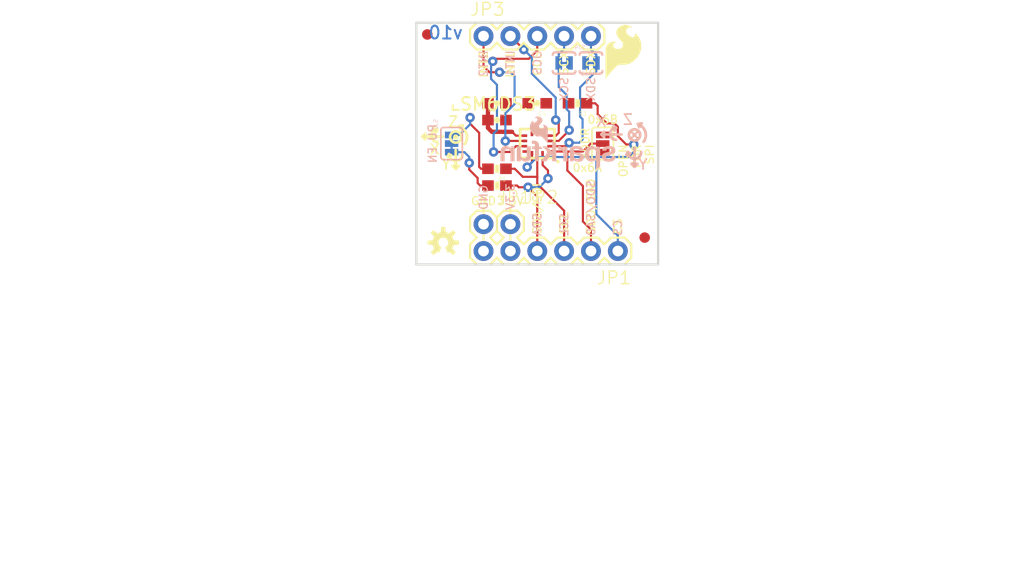
<source format=kicad_pcb>

(kicad_pcb
  (version 20171130)
  (host pcbnew "(5.1.12)-1")
  (general
    (thickness 1.6)
    (drawings 149)
    (tracks 203)
    (zones 0)
    (modules 25)
    (nets 15))
  (page A4)
  (layers
    (0 Top signal)
    (31 Bottom signal)
    (32 B.Adhes user)
    (33 F.Adhes user)
    (34 B.Paste user)
    (35 F.Paste user)
    (36 B.SilkS user)
    (37 F.SilkS user)
    (38 B.Mask user)
    (39 F.Mask user)
    (40 Dwgs.User user)
    (41 Cmts.User user)
    (42 Eco1.User user)
    (43 Eco2.User user)
    (44 Edge.Cuts user)
    (45 Margin user)
    (46 B.CrtYd user)
    (47 F.CrtYd user)
    (48 B.Fab user)
    (49 F.Fab user))
  (setup
    (last_trace_width 0.25)
    (trace_clearance 0.2)
    (zone_clearance 0.508)
    (zone_45_only no)
    (trace_min 0.2)
    (via_size 0.8)
    (via_drill 0.4)
    (via_min_size 0.254)
    (via_min_drill 0.3)
    (uvia_size 0.3)
    (uvia_drill 0.1)
    (uvias_allowed no)
    (uvia_min_size 0.2)
    (uvia_min_drill 0.1)
    (edge_width 0.05)
    (segment_width 0.2)
    (pcb_text_width 0.3)
    (pcb_text_size 1.5 1.5)
    (mod_edge_width 0.12)
    (mod_text_size 1 1)
    (mod_text_width 0.15)
    (pad_size 1.524 1.524)
    (pad_drill 0.762)
    (pad_to_mask_clearance 0)
    (aux_axis_origin 0 0)
    (visible_elements FFFFFF7F)
    (pcbplotparams
      (layerselection 0x010fc_ffffffff)
      (usegerberextensions false)
      (usegerberattributes true)
      (usegerberadvancedattributes true)
      (creategerberjobfile true)
      (excludeedgelayer true)
      (linewidth 0.1)
      (plotframeref false)
      (viasonmask false)
      (mode 1)
      (useauxorigin false)
      (hpglpennumber 1)
      (hpglpenspeed 20)
      (hpglpendiameter 15.0)
      (psnegative false)
      (psa4output false)
      (plotreference true)
      (plotvalue true)
      (plotinvisibletext false)
      (padsonsilk false)
      (subtractmaskfromsilk false)
      (outputformat 1)
      (mirror false)
      (drillshape 1)
      (scaleselection 1)
      (outputdirectory "")))
  (net 0 "")
  (net 1 GND)
  (net 2 VDD)
  (net 3 SCL)
  (net 4 SDA)
  (net 5 CS)
  (net 6 SDO/SA0)
  (net 7 SDX)
  (net 8 SCX)
  (net 9 INT1)
  (net 10 INT2)
  (net 11 3.3V)
  (net 12 OCS)
  (net 13 N$5)
  (net 14 N$6)
  (net_class Default "This is the default net class."
    (clearance 0.2)
    (trace_width 0.25)
    (via_dia 0.8)
    (via_drill 0.4)
    (uvia_dia 0.3)
    (uvia_drill 0.1)
    (add_net 3.3V)
    (add_net CS)
    (add_net GND)
    (add_net INT1)
    (add_net INT2)
    (add_net N$5)
    (add_net N$6)
    (add_net OCS)
    (add_net SCL)
    (add_net SCX)
    (add_net SDA)
    (add_net SDO/SA0)
    (add_net SDX)
    (add_net VDD))
  (module LSM6DS3_Breakout:CREATIVE_COMMONS
    (layer Top)
    (tedit 0)
    (tstamp 646E547F)
    (at 118.0211 145.6436)
    (fp_text reference FRAME1
      (at 0 0)
      (layer F.SilkS) hide
      (effects
        (font
          (size 1.27 1.27)
          (thickness 0.15))))
    (fp_text value ""
      (at 0 0)
      (layer F.SilkS) hide
      (effects
        (font
          (size 1.27 1.27)
          (thickness 0.15))))
    (fp_text user "Designed by:"
      (at 11.43 0)
      (layer F.Fab)
      (effects
        (font
          (size 1.6891 1.6891)
          (thickness 0.14224))
        (justify left bottom)))
    (fp_text user " https://creativecommons.org/licenses/by-sa/4.0/"
      (at 0 -2.54)
      (layer F.Fab)
      (effects
        (font
          (size 1.6891 1.6891)
          (thickness 0.14224))
        (justify left bottom)))
    (fp_text user "Released under the Creative Commons Attribution Share-Alike 4.0 License"
      (at -20.32 -5.08)
      (layer F.Fab)
      (effects
        (font
          (size 1.6891 1.6891)
          (thickness 0.14224))
        (justify left bottom))))
  (module LSM6DS3_Breakout:LGA14L_DOT_INDICATOR
    (layer Top)
    (tedit 0)
    (tstamp inf)
    (at 148.5011 105.0036 180)
    (fp_text reference U2
      (at 0 0 180)
      (layer F.SilkS) hide
      (effects
        (font
          (size 1.27 1.27)
          (thickness 0.15))
        (justify right top)))
    (fp_text value LSM6DS3
      (at 0 0 180)
      (layer F.SilkS) hide
      (effects
        (font
          (size 1.27 1.27)
          (thickness 0.15))
        (justify right top)))
    (fp_text user >Name
      (at -2.5 2.8 180)
      (layer F.Fab)
      (effects
        (font
          (size 0.95 0.95)
          (thickness 0.15))
        (justify left bottom)))
    (fp_text user >Value
      (at -2.5 -1.8 180)
      (layer F.Fab)
      (effects
        (font
          (size 0.95 0.95)
          (thickness 0.15))
        (justify left bottom)))
    (fp_poly
      (pts
        (xy -0.83 0.98)
        (xy -0.74 0.98)
        (xy -0.74 0.58)
        (xy -0.83 0.58))
      (layer Dwgs.User)
      (width 0))
    (fp_poly
      (pts
        (xy 0.74 0.98)
        (xy 0.83 0.98)
        (xy 0.83 0.58)
        (xy 0.74 0.58))
      (layer Dwgs.User)
      (width 0))
    (fp_poly
      (pts
        (xy 0.74 -0.58)
        (xy 0.83 -0.58)
        (xy 0.83 -0.98)
        (xy 0.74 -0.98))
      (layer Dwgs.User)
      (width 0))
    (fp_poly
      (pts
        (xy -0.83 -0.58)
        (xy -0.74 -0.58)
        (xy -0.74 -0.98)
        (xy -0.83 -0.98))
      (layer Dwgs.User)
      (width 0))
    (fp_poly
      (pts
        (xy -1.5 1.25)
        (xy -0.74 1.25)
        (xy -0.74 0.98)
        (xy -1.5 0.98))
      (layer Dwgs.User)
      (width 0))
    (fp_poly
      (pts
        (xy 0.74 1.25)
        (xy 1.5 1.25)
        (xy 1.5 0.98)
        (xy 0.74 0.98))
      (layer Dwgs.User)
      (width 0))
    (fp_poly
      (pts
        (xy 0.74 -0.98)
        (xy 1.5 -0.98)
        (xy 1.5 -1.25)
        (xy 0.74 -1.25))
      (layer Dwgs.User)
      (width 0))
    (fp_poly
      (pts
        (xy -1.5 -0.98)
        (xy -0.74 -0.98)
        (xy -0.74 -1.25)
        (xy -1.5 -1.25))
      (layer Dwgs.User)
      (width 0))
    (fp_poly
      (pts
        (xy -0.83 0.58)
        (xy 0.83 0.58)
        (xy 0.83 -0.58)
        (xy -0.83 -0.58))
      (layer Dwgs.User)
      (width 0))
    (fp_line
      (start -1.925 -1.7)
      (end -1.975 -1.7)
      (layer F.SilkS)
      (width 0.25))
    (fp_line
      (start 0.67 0.5)
      (end 1.4 0.5)
      (layer Dwgs.User)
      (width 0.01))
    (fp_line
      (start 0.67 0)
      (end 1.4 0)
      (layer Dwgs.User)
      (width 0.01))
    (fp_line
      (start 0.67 -0.5)
      (end 1.4 -0.5)
      (layer Dwgs.User)
      (width 0.01))
    (fp_line
      (start -1.4 0.5)
      (end -0.67 0.5)
      (layer Dwgs.User)
      (width 0.01))
    (fp_line
      (start -1.4 0)
      (end -0.67 0)
      (layer Dwgs.User)
      (width 0.01))
    (fp_line
      (start -1.4 -0.5)
      (end -0.67 -0.5)
      (layer Dwgs.User)
      (width 0.01))
    (fp_line
      (start 0.25 0.42)
      (end 0.25 1.15)
      (layer Dwgs.User)
      (width 0.01))
    (fp_line
      (start -0.25 0.42)
      (end -0.25 1.15)
      (layer Dwgs.User)
      (width 0.01))
    (fp_line
      (start 0.25 -1.15)
      (end 0.25 -0.42)
      (layer Dwgs.User)
      (width 0.01))
    (fp_line
      (start -0.25 -1.15)
      (end -0.25 -0.42)
      (layer Dwgs.User)
      (width 0.01))
    (fp_line
      (start -1.625 1.375)
      (end -1.625 -1.375)
      (layer F.SilkS)
      (width 0.25))
    (fp_line
      (start 1.625 1.375)
      (end -1.625 1.375)
      (layer F.SilkS)
      (width 0.25))
    (fp_line
      (start 1.625 -1.375)
      (end 1.625 1.375)
      (layer F.SilkS)
      (width 0.25))
    (fp_line
      (start -1.625 -1.375)
      (end 1.625 -1.375)
      (layer F.SilkS)
      (width 0.25))
    (fp_line
      (start -1.5 -1.25)
      (end -1.5 1.25)
      (layer F.Fab)
      (width 0.1))
    (fp_line
      (start 1.5 -1.25)
      (end -1.5 -1.25)
      (layer F.Fab)
      (width 0.1))
    (fp_line
      (start 1.5 1.25)
      (end 1.5 -1.25)
      (layer F.Fab)
      (width 0.1))
    (fp_line
      (start -1.5 1.25)
      (end 1.5 1.25)
      (layer F.Fab)
      (width 0.1))
    (fp_circle
      (center -1.95 -1.7)
      (end -1.85 -1.7)
      (layer F.SilkS)
      (width 0.125))
    (pad 14 smd rect
      (at -0.5 -0.925 270)
      (size 0.45 0.25)
      (layers Top F.Paste F.Mask)
      (net 4 SDA)
      (solder_mask_margin 0.1016))
    (pad 13 smd rect
      (at 0 -0.925 270)
      (size 0.45 0.25)
      (layers Top F.Paste F.Mask)
      (net 3 SCL)
      (solder_mask_margin 0.1016))
    (pad 12 smd rect
      (at 0.5 -0.925 270)
      (size 0.45 0.25)
      (layers Top F.Paste F.Mask)
      (net 5 CS)
      (solder_mask_margin 0.1016))
    (pad 11 smd rect
      (at 1.175 -0.75)
      (size 0.45 0.25)
      (layers Top F.Paste F.Mask)
      (solder_mask_margin 0.1016))
    (pad 10 smd rect
      (at 1.175 -0.25)
      (size 0.45 0.25)
      (layers Top F.Paste F.Mask)
      (net 12 OCS)
      (solder_mask_margin 0.1016))
    (pad 9 smd rect
      (at 1.175 0.25)
      (size 0.45 0.25)
      (layers Top F.Paste F.Mask)
      (net 10 INT2)
      (solder_mask_margin 0.1016))
    (pad 8 smd rect
      (at 1.175 0.75)
      (size 0.45 0.25)
      (layers Top F.Paste F.Mask)
      (net 2 VDD)
      (solder_mask_margin 0.1016))
    (pad 7 smd rect
      (at 0.5 0.925 270)
      (size 0.45 0.25)
      (layers Top F.Paste F.Mask)
      (solder_mask_margin 0.1016))
    (pad 6 smd rect
      (at 0 0.925 270)
      (size 0.45 0.25)
      (layers Top F.Paste F.Mask)
      (solder_mask_margin 0.1016))
    (pad 5 smd rect
      (at -0.5 0.925 270)
      (size 0.45 0.25)
      (layers Top F.Paste F.Mask)
      (solder_mask_margin 0.1016))
    (pad 4 smd rect
      (at -1.175 0.75)
      (size 0.45 0.25)
      (layers Top F.Paste F.Mask)
      (net 9 INT1)
      (solder_mask_margin 0.1016))
    (pad 3 smd rect
      (at -1.175 0.25)
      (size 0.45 0.25)
      (layers Top F.Paste F.Mask)
      (net 8 SCX)
      (solder_mask_margin 0.1016))
    (pad 2 smd rect
      (at -1.175 -0.25)
      (size 0.45 0.25)
      (layers Top F.Paste F.Mask)
      (net 7 SDX)
      (solder_mask_margin 0.1016))
    (pad 1 smd rect
      (at -1.175 -0.75)
      (size 0.45 0.25)
      (layers Top F.Paste F.Mask)
      (net 6 SDO/SA0)
      (solder_mask_margin 0.1016)))
  (module LSM6DS3_Breakout:0603-CAP
    (layer Top)
    (tedit 0)
    (tstamp 646E54B5)
    (at 144.6911 102.7811)
    (fp_text reference C3
      (at -0.889 -0.762)
      (layer F.SilkS)
      (effects
        (font
          (size 0.38608 0.38608)
          (thickness 0.032512))
        (justify left bottom)))
    (fp_text value 0.1uF
      (at -1.016 1.143)
      (layer F.Fab)
      (effects
        (font
          (size 0.38608 0.38608)
          (thickness 0.032512))
        (justify left bottom)))
    (fp_poly
      (pts
        (xy -0.1999 0.3)
        (xy 0.1999 0.3)
        (xy 0.1999 -0.3)
        (xy -0.1999 -0.3))
      (layer F.Adhes)
      (width 0))
    (fp_poly
      (pts
        (xy 0.3302 0.4699)
        (xy 0.8303 0.4699)
        (xy 0.8303 -0.4801)
        (xy 0.3302 -0.4801))
      (layer F.Fab)
      (width 0))
    (fp_poly
      (pts
        (xy -0.8382 0.4699)
        (xy -0.3381 0.4699)
        (xy -0.3381 -0.4801)
        (xy -0.8382 -0.4801))
      (layer F.Fab)
      (width 0))
    (fp_line
      (start 0 -0.0305)
      (end 0 0.0305)
      (layer F.SilkS)
      (width 0.5588))
    (fp_line
      (start -0.356 0.419)
      (end 0.356 0.419)
      (layer F.Fab)
      (width 0.1016))
    (fp_line
      (start -0.356 -0.432)
      (end 0.356 -0.432)
      (layer F.Fab)
      (width 0.1016))
    (fp_line
      (start -1.473 0.983)
      (end -1.473 -0.983)
      (layer Dwgs.User)
      (width 0.0508))
    (fp_line
      (start 1.473 0.983)
      (end -1.473 0.983)
      (layer Dwgs.User)
      (width 0.0508))
    (fp_line
      (start 1.473 -0.983)
      (end 1.473 0.983)
      (layer Dwgs.User)
      (width 0.0508))
    (fp_line
      (start -1.473 -0.983)
      (end 1.473 -0.983)
      (layer Dwgs.User)
      (width 0.0508))
    (pad 2 smd rect
      (at 0.85 0)
      (size 1.1 1)
      (layers Top F.Paste F.Mask)
      (solder_mask_margin 0.1016))
    (pad 1 smd rect
      (at -0.85 0)
      (size 1.1 1)
      (layers Top F.Paste F.Mask)
      (net 2 VDD)
      (solder_mask_margin 0.1016)))
  (module LSM6DS3_Breakout:PAD-JUMPER-3-2OF3_NC_BY_PASTE_YES_SILK_FULL_BOX
    (layer Top)
    (tedit 0)
    (tstamp 646E54C4)
    (at 154.69235 105.0036 90)
    (fp_text reference SJ1
      (at -1.27 -1.27 90)
      (layer F.SilkS)
      (effects
        (font
          (size 0.38608 0.38608)
          (thickness 0.032512))
        (justify left bottom)))
    (fp_text value ""
      (at -1.27 1.905 90)
      (layer F.Fab)
      (effects
        (font
          (size 0.38608 0.38608)
          (thickness 0.032512))
        (justify left bottom)))
    (fp_text user PASTE
      (at 0.0635 0.4445 90)
      (layer F.Fab)
      (effects
        (font
          (size 0.2413 0.2413)
          (thickness 0.02032))
        (justify left bottom)))
    (fp_poly
      (pts
        (xy -0.2794 1.016)
        (xy 1.4224 1.016)
        (xy 1.4224 -0.9906)
        (xy -0.2794 -0.9906))
      (layer F.Paste)
      (width 0))
    (fp_line
      (start 1.016 0.508)
      (end 1.016 -0.508)
      (layer F.Fab)
      (width 0.127))
    (fp_line
      (start -0.1905 0.508)
      (end 1.016 0.508)
      (layer F.Fab)
      (width 0.127))
    (fp_line
      (start -0.1905 -0.508)
      (end -0.1905 0.508)
      (layer F.Fab)
      (width 0.127))
    (fp_line
      (start 1.016 -0.508)
      (end -0.1905 -0.508)
      (layer F.Fab)
      (width 0.127))
    (fp_line
      (start -1.27 -1.016)
      (end 1.27 -1.016)
      (layer F.SilkS)
      (width 0.1524))
    (fp_line
      (start -1.524 0.762)
      (end -1.524 -0.762)
      (layer F.SilkS)
      (width 0.1524))
    (fp_line
      (start 1.524 0.762)
      (end 1.524 -0.762)
      (layer F.SilkS)
      (width 0.1524))
    (fp_line
      (start 1.27 1.016)
      (end -1.27 1.016)
      (layer F.SilkS)
      (width 0.1524))
    (fp_arc
      (start 1.27 0.762)
      (end 1.27 1.016)
      (angle -90)
      (layer F.SilkS)
      (width 0.1524))
    (fp_arc
      (start -1.27 0.762)
      (end -1.524 0.762)
      (angle -90)
      (layer F.SilkS)
      (width 0.1524))
    (fp_arc
      (start -1.27 -0.762)
      (end -1.524 -0.762)
      (angle 90)
      (layer F.SilkS)
      (width 0.1524))
    (fp_arc
      (start 1.27 -0.762)
      (end 1.27 -1.016)
      (angle 90)
      (layer F.SilkS)
      (width 0.1524))
    (pad 3 smd rect
      (at 0.8128 0 90)
      (size 0.635 1.27)
      (layers Top F.Mask)
      (solder_mask_margin 0.1016))
    (pad 2 smd rect
      (at 0 0 90)
      (size 0.635 1.27)
      (layers Top F.Mask)
      (net 6 SDO/SA0)
      (solder_mask_margin 0.1016))
    (pad 1 smd rect
      (at -0.8128 0 90)
      (size 0.635 1.27)
      (layers Top F.Mask)
      (solder_mask_margin 0.1016)))
  (module LSM6DS3_Breakout:0603-CAP
    (layer Top)
    (tedit 0)
    (tstamp 646E54D8)
    (at 148.5011 101.1936 180)
    (fp_text reference C4
      (at -0.889 -0.762 180)
      (layer F.SilkS)
      (effects
        (font
          (size 0.38608 0.38608)
          (thickness 0.032512))
        (justify right top)))
    (fp_text value 0.1uF
      (at -1.016 1.143 180)
      (layer F.Fab)
      (effects
        (font
          (size 0.38608 0.38608)
          (thickness 0.032512))
        (justify right top)))
    (fp_poly
      (pts
        (xy -0.1999 0.3)
        (xy 0.1999 0.3)
        (xy 0.1999 -0.3)
        (xy -0.1999 -0.3))
      (layer F.Adhes)
      (width 0))
    (fp_poly
      (pts
        (xy 0.3302 0.4699)
        (xy 0.8303 0.4699)
        (xy 0.8303 -0.4801)
        (xy 0.3302 -0.4801))
      (layer F.Fab)
      (width 0))
    (fp_poly
      (pts
        (xy -0.8382 0.4699)
        (xy -0.3381 0.4699)
        (xy -0.3381 -0.4801)
        (xy -0.8382 -0.4801))
      (layer F.Fab)
      (width 0))
    (fp_line
      (start 0 -0.0305)
      (end 0 0.0305)
      (layer F.SilkS)
      (width 0.5588))
    (fp_line
      (start -0.356 0.419)
      (end 0.356 0.419)
      (layer F.Fab)
      (width 0.1016))
    (fp_line
      (start -0.356 -0.432)
      (end 0.356 -0.432)
      (layer F.Fab)
      (width 0.1016))
    (fp_line
      (start -1.473 0.983)
      (end -1.473 -0.983)
      (layer Dwgs.User)
      (width 0.0508))
    (fp_line
      (start 1.473 0.983)
      (end -1.473 0.983)
      (layer Dwgs.User)
      (width 0.0508))
    (fp_line
      (start 1.473 -0.983)
      (end 1.473 0.983)
      (layer Dwgs.User)
      (width 0.0508))
    (fp_line
      (start -1.473 -0.983)
      (end 1.473 -0.983)
      (layer Dwgs.User)
      (width 0.0508))
    (pad 2 smd rect
      (at 0.85 0 180)
      (size 1.1 1)
      (layers Top F.Paste F.Mask)
      (solder_mask_margin 0.1016))
    (pad 1 smd rect
      (at -0.85 0 180)
      (size 1.1 1)
      (layers Top F.Paste F.Mask)
      (solder_mask_margin 0.1016)))
  (module LSM6DS3_Breakout:SFE_LOGO_FLAME_.2
    (layer Top)
    (tedit 0)
    (tstamp 646E54E7)
    (at 154.612975 99.12985)
    (fp_text reference LOGO1
      (at 0 0)
      (layer F.SilkS) hide
      (effects
        (font
          (size 1.27 1.27)
          (thickness 0.15))))
    (fp_text value SFE_LOGO_FLAME.2_INCH
      (at 0 0)
      (layer F.SilkS) hide
      (effects
        (font
          (size 1.27 1.27)
          (thickness 0.15))))
    (fp_poly
      (pts
        (xy 3.12 -4.54)
        (xy 3.12 -4.53)
        (xy 3.12 -4.49)
        (xy 3.13 -4.44)
        (xy 3.12 -4.38)
        (xy 3.11 -4.32)
        (xy 3.08 -4.27)
        (xy 3.03 -4.22)
        (xy 2.96 -4.19)
        (xy 2.89 -4.19)
        (xy 2.82 -4.21)
        (xy 2.75 -4.23)
        (xy 2.67 -4.27)
        (xy 2.6 -4.32)
        (xy 2.53 -4.37)
        (xy 2.46 -4.43)
        (xy 2.41 -4.48)
        (xy 2.36 -4.56)
        (xy 2.32 -4.62)
        (xy 2.3 -4.69)
        (xy 2.29 -4.75)
        (xy 2.3 -4.81)
        (xy 2.32 -4.86)
        (xy 2.35 -4.92)
        (xy 2.39 -4.97)
        (xy 2.47 -5.04)
        (xy 2.55 -5.08)
        (xy 2.63 -5.1)
        (xy 2.72 -5.11)
        (xy 2.79 -5.11)
        (xy 2.85 -5.11)
        (xy 2.89 -5.1)
        (xy 2.9 -5.1)
        (xy 2.87 -5.12)
        (xy 2.8 -5.17)
        (xy 2.68 -5.24)
        (xy 2.53 -5.3)
        (xy 2.35 -5.35)
        (xy 2.15 -5.36)
        (xy 1.93 -5.31)
        (xy 1.7 -5.19)
        (xy 1.53 -5.05)
        (xy 1.42 -4.89)
        (xy 1.36 -4.72)
        (xy 1.36 -4.55)
        (xy 1.41 -4.38)
        (xy 1.5 -4.2)
        (xy 1.63 -4.03)
        (xy 1.8 -3.86)
        (xy 1.93 -3.71)
        (xy 2 -3.56)
        (xy 2 -3.42)
        (xy 1.96 -3.29)
        (xy 1.87 -3.19)
        (xy 1.75 -3.11)
        (xy 1.61 -3.07)
        (xy 1.45 -3.07)
        (xy 1.34 -3.1)
        (xy 1.25 -3.13)
        (xy 1.18 -3.19)
        (xy 1.12 -3.25)
        (xy 1.09 -3.31)
        (xy 1.07 -3.38)
        (xy 1.07 -3.45)
        (xy 1.09 -3.51)
        (xy 1.12 -3.55)
        (xy 1.16 -3.59)
        (xy 1.21 -3.63)
        (xy 1.25 -3.66)
        (xy 1.3 -3.68)
        (xy 1.34 -3.7)
        (xy 1.36 -3.71)
        (xy 1.37 -3.72)
        (xy 1.36 -3.72)
        (xy 1.33 -3.73)
        (xy 1.28 -3.75)
        (xy 1.21 -3.76)
        (xy 1.13 -3.76)
        (xy 1.03 -3.76)
        (xy 0.93 -3.74)
        (xy 0.82 -3.71)
        (xy 0.72 -3.67)
        (xy 0.63 -3.61)
        (xy 0.55 -3.53)
        (xy 0.48 -3.44)
        (xy 0.42 -3.33)
        (xy 0.38 -3.19)
        (xy 0.36 -3.03)
        (xy 0.35 -2.84)
        (xy 0.35 -2.51)
        (xy 0.35 -2.19)
        (xy 0.35 -1.87)
        (xy 0.35 -1.55)
        (xy 0.35 -1.23)
        (xy 0.35 -0.91)
        (xy 0.35 -0.59)
        (xy 0.35 -0.27)
        (xy 0.36 -0.29)
        (xy 0.4 -0.33)
        (xy 0.46 -0.4)
        (xy 0.53 -0.49)
        (xy 0.62 -0.59)
        (xy 0.72 -0.71)
        (xy 0.83 -0.83)
        (xy 0.95 -0.96)
        (xy 1.08 -1.1)
        (xy 1.19 -1.23)
        (xy 1.3 -1.34)
        (xy 1.4 -1.43)
        (xy 1.5 -1.5)
        (xy 1.61 -1.55)
        (xy 1.72 -1.58)
        (xy 1.86 -1.58)
        (xy 2.11 -1.58)
        (xy 2.35 -1.61)
        (xy 2.57 -1.67)
        (xy 2.77 -1.76)
        (xy 2.96 -1.88)
        (xy 3.13 -2.01)
        (xy 3.28 -2.17)
        (xy 3.42 -2.35)
        (xy 3.61 -2.72)
        (xy 3.71 -3.08)
        (xy 3.73 -3.43)
        (xy 3.68 -3.76)
        (xy 3.58 -4.04)
        (xy 3.45 -4.28)
        (xy 3.28 -4.45)
        (xy 3.12 -4.55))
      (layer F.SilkS)
      (width 0)))
  (module LSM6DS3_Breakout:OSHW-LOGO-S
    (layer Top)
    (tedit 0)
    (tstamp 646E54EB)
    (at 139.6111 114.36985)
    (fp_text reference LOGO2
      (at 0 0)
      (layer F.SilkS) hide
      (effects
        (font
          (size 1.27 1.27)
          (thickness 0.15))))
    (fp_text value OSHW-LOGOS
      (at 0 0)
      (layer F.SilkS) hide
      (effects
        (font
          (size 1.27 1.27)
          (thickness 0.15))))
    (fp_poly
      (pts
        (xy 0.3947 0.9528)
        (xy 0.5465 0.8746)
        (xy 0.9235 1.182)
        (xy 1.182 0.9235)
        (xy 0.8746 0.5465)
        (xy 1.0049 0.232)
        (xy 1.4888 0.1828)
        (xy 1.4888 -0.1828)
        (xy 1.0049 -0.232)
        (xy 0.8746 -0.5465)
        (xy 1.182 -0.9235)
        (xy 0.9235 -1.182)
        (xy 0.5465 -0.8746)
        (xy 0.394664 -0.952817)
        (xy 0.232 -1.0049)
        (xy 0.1828 -1.4888)
        (xy -0.1828 -1.4888)
        (xy -0.232 -1.0049)
        (xy -0.5465 -0.8746)
        (xy -0.9235 -1.182)
        (xy -1.182 -0.9235)
        (xy -0.8746 -0.5465)
        (xy -1.0049 -0.232)
        (xy -1.4888 -0.1828)
        (xy -1.4888 0.1828)
        (xy -1.0049 0.232)
        (xy -0.8746 0.5465)
        (xy -1.182 0.9235)
        (xy -0.9235 1.182)
        (xy -0.5465 0.8746)
        (xy -0.472221 0.916847)
        (xy -0.3947 0.9528)
        (xy -0.1794 0.4331)
        (xy -0.179399 0.4331)
        (xy -0.3315 0.331493)
        (xy -0.4688 0)
        (xy -0.446639 -0.142321)
        (xy -0.382309 -0.271193)
        (xy -0.281885 -0.374447)
        (xy -0.154849 -0.442333)
        (xy -0.013199 -0.468439)
        (xy 0.129691 -0.450302)
        (xy 0.260326 -0.389633)
        (xy 0.366372 -0.292161)
        (xy 0.437814 -0.167091)
        (xy 0.467906 -0.026234)
        (xy 0.453806 0.117111)
        (xy 0.396846 0.249406)
        (xy 0.302405 0.358159)
        (xy 0.1794 0.4331))
      (layer F.SilkS)
      (width 0)))
  (module LSM6DS3_Breakout:STAND-OFF
    (layer Top)
    (tedit 0)
    (tstamp 646E54EF)
    (at 139.6111 99.9236)
    (descr "<b>Stand Off</b><p>\nThis is the mechanical footprint for a #4 phillips button head screw. Use the keepout ring to avoid running the screw head into surrounding components. SKU : PRT-00447")
    (fp_text reference STANDOFF1
      (at 0 0)
      (layer F.SilkS) hide
      (effects
        (font
          (size 1.27 1.27)
          (thickness 0.15))))
    (fp_text value STAND-OFF
      (at 0 0)
      (layer F.SilkS) hide
      (effects
        (font
          (size 1.27 1.27)
          (thickness 0.15))))
    (fp_circle
      (center 0 0)
      (end 2.794 0)
      (layer Dwgs.User)
      (width 0.127))
    (fp_arc
      (start 0 0)
      (end 0 1.8542)
      (angle 180)
      (layer Dwgs.User)
      (width 0.2032))
    (fp_arc
      (start 0 0)
      (end 0 1.8542)
      (angle -180)
      (layer Dwgs.User)
      (width 0.2032))
    (fp_arc
      (start 0 0)
      (end 0 1.8542)
      (angle 180)
      (layer Dwgs.User)
      (width 0.2032))
    (fp_arc
      (start 0 0)
      (end 0 -1.8542)
      (angle 180)
      (layer Dwgs.User)
      (width 0.2032))
    (pad "" np_thru_hole circle
      (at 0 0)
      (size 3.302 3.302)
      (drill 3.302)
      (layers *.Cu *.Mask)))
  (module LSM6DS3_Breakout:STAND-OFF
    (layer Top)
    (tedit 0)
    (tstamp 646E54F8)
    (at 139.6111 110.0836)
    (descr "<b>Stand Off</b><p>\nThis is the mechanical footprint for a #4 phillips button head screw. Use the keepout ring to avoid running the screw head into surrounding components. SKU : PRT-00447")
    (fp_text reference STANDOFF2
      (at 0 0)
      (layer F.SilkS) hide
      (effects
        (font
          (size 1.27 1.27)
          (thickness 0.15))))
    (fp_text value STAND-OFF
      (at 0 0)
      (layer F.SilkS) hide
      (effects
        (font
          (size 1.27 1.27)
          (thickness 0.15))))
    (fp_circle
      (center 0 0)
      (end 2.794 0)
      (layer Dwgs.User)
      (width 0.127))
    (fp_arc
      (start 0 0)
      (end 0 1.8542)
      (angle 180)
      (layer Dwgs.User)
      (width 0.2032))
    (fp_arc
      (start 0 0)
      (end 0 1.8542)
      (angle -180)
      (layer Dwgs.User)
      (width 0.2032))
    (fp_arc
      (start 0 0)
      (end 0 1.8542)
      (angle 180)
      (layer Dwgs.User)
      (width 0.2032))
    (fp_arc
      (start 0 0)
      (end 0 -1.8542)
      (angle 180)
      (layer Dwgs.User)
      (width 0.2032))
    (pad "" np_thru_hole circle
      (at 0 0)
      (size 3.302 3.302)
      (drill 3.302)
      (layers *.Cu *.Mask)))
  (module LSM6DS3_Breakout:STAND-OFF
    (layer Top)
    (tedit 0)
    (tstamp inf)
    (at 157.3911 99.9236)
    (descr "<b>Stand Off</b><p>\nThis is the mechanical footprint for a #4 phillips button head screw. Use the keepout ring to avoid running the screw head into surrounding components. SKU : PRT-00447")
    (fp_text reference STANDOFF3
      (at 0 0)
      (layer F.SilkS) hide
      (effects
        (font
          (size 1.27 1.27)
          (thickness 0.15))))
    (fp_text value STAND-OFF
      (at 0 0)
      (layer F.SilkS) hide
      (effects
        (font
          (size 1.27 1.27)
          (thickness 0.15))))
    (fp_circle
      (center 0 0)
      (end 2.794 0)
      (layer Dwgs.User)
      (width 0.127))
    (fp_arc
      (start 0 0)
      (end 0 1.8542)
      (angle 180)
      (layer Dwgs.User)
      (width 0.2032))
    (fp_arc
      (start 0 0)
      (end 0 1.8542)
      (angle -180)
      (layer Dwgs.User)
      (width 0.2032))
    (fp_arc
      (start 0 0)
      (end 0 1.8542)
      (angle 180)
      (layer Dwgs.User)
      (width 0.2032))
    (fp_arc
      (start 0 0)
      (end 0 -1.8542)
      (angle 180)
      (layer Dwgs.User)
      (width 0.2032))
    (pad "" np_thru_hole circle
      (at 0 0)
      (size 3.302 3.302)
      (drill 3.302)
      (layers *.Cu *.Mask)))
  (module LSM6DS3_Breakout:STAND-OFF
    (layer Top)
    (tedit 0)
    (tstamp 646E550A)
    (at 157.3911 110.0836)
    (descr "<b>Stand Off</b><p>\nThis is the mechanical footprint for a #4 phillips button head screw. Use the keepout ring to avoid running the screw head into surrounding components. SKU : PRT-00447")
    (fp_text reference STANDOFF4
      (at 0 0)
      (layer F.SilkS) hide
      (effects
        (font
          (size 1.27 1.27)
          (thickness 0.15))))
    (fp_text value STAND-OFF
      (at 0 0)
      (layer F.SilkS) hide
      (effects
        (font
          (size 1.27 1.27)
          (thickness 0.15))))
    (fp_circle
      (center 0 0)
      (end 2.794 0)
      (layer Dwgs.User)
      (width 0.127))
    (fp_arc
      (start 0 0)
      (end 0 1.8542)
      (angle 180)
      (layer Dwgs.User)
      (width 0.2032))
    (fp_arc
      (start 0 0)
      (end 0 1.8542)
      (angle -180)
      (layer Dwgs.User)
      (width 0.2032))
    (fp_arc
      (start 0 0)
      (end 0 1.8542)
      (angle 180)
      (layer Dwgs.User)
      (width 0.2032))
    (fp_arc
      (start 0 0)
      (end 0 -1.8542)
      (angle 180)
      (layer Dwgs.User)
      (width 0.2032))
    (pad "" np_thru_hole circle
      (at 0 0)
      (size 3.302 3.302)
      (drill 3.302)
      (layers *.Cu *.Mask)))
  (module LSM6DS3_Breakout:0603-RES
    (layer Top)
    (tedit 0)
    (tstamp inf)
    (at 144.6911 107.38485 180)
    (fp_text reference R1
      (at -0.889 -0.762 180)
      (layer F.SilkS)
      (effects
        (font
          (size 0.38608 0.38608)
          (thickness 0.032512))
        (justify right top)))
    (fp_text value 4.7K
      (at -1.016 1.143 180)
      (layer F.Fab)
      (effects
        (font
          (size 0.38608 0.38608)
          (thickness 0.032512))
        (justify right top)))
    (fp_poly
      (pts
        (xy -0.2286 0.381)
        (xy 0.2286 0.381)
        (xy 0.2286 -0.381)
        (xy -0.2286 -0.381))
      (layer F.SilkS)
      (width 0))
    (fp_poly
      (pts
        (xy -0.1999 0.3)
        (xy 0.1999 0.3)
        (xy 0.1999 -0.3)
        (xy -0.1999 -0.3))
      (layer F.Adhes)
      (width 0))
    (fp_poly
      (pts
        (xy 0.3302 0.4699)
        (xy 0.8303 0.4699)
        (xy 0.8303 -0.4801)
        (xy 0.3302 -0.4801))
      (layer F.Fab)
      (width 0))
    (fp_poly
      (pts
        (xy -0.8382 0.4699)
        (xy -0.3381 0.4699)
        (xy -0.3381 -0.4801)
        (xy -0.8382 -0.4801))
      (layer F.Fab)
      (width 0))
    (fp_line
      (start -0.356 0.419)
      (end 0.356 0.419)
      (layer F.Fab)
      (width 0.1016))
    (fp_line
      (start -0.356 -0.432)
      (end 0.356 -0.432)
      (layer F.Fab)
      (width 0.1016))
    (fp_line
      (start -1.473 0.983)
      (end -1.473 -0.983)
      (layer Dwgs.User)
      (width 0.0508))
    (fp_line
      (start 1.473 0.983)
      (end -1.473 0.983)
      (layer Dwgs.User)
      (width 0.0508))
    (fp_line
      (start 1.473 -0.983)
      (end 1.473 0.983)
      (layer Dwgs.User)
      (width 0.0508))
    (fp_line
      (start -1.473 -0.983)
      (end 1.473 -0.983)
      (layer Dwgs.User)
      (width 0.0508))
    (pad 2 smd rect
      (at 0.85 0 180)
      (size 1.1 1)
      (layers Top F.Paste F.Mask)
      (net 13 N$5)
      (solder_mask_margin 0.1016))
    (pad 1 smd rect
      (at -0.85 0 180)
      (size 1.1 1)
      (layers Top F.Paste F.Mask)
      (net 3 SCL)
      (solder_mask_margin 0.1016)))
  (module LSM6DS3_Breakout:0603-RES
    (layer Top)
    (tedit 0)
    (tstamp inf)
    (at 144.6911 108.97235 180)
    (fp_text reference R2
      (at -0.889 -0.762 180)
      (layer F.SilkS)
      (effects
        (font
          (size 0.38608 0.38608)
          (thickness 0.032512))
        (justify right top)))
    (fp_text value 4.7K
      (at -1.016 1.143 180)
      (layer F.Fab)
      (effects
        (font
          (size 0.38608 0.38608)
          (thickness 0.032512))
        (justify right top)))
    (fp_poly
      (pts
        (xy -0.2286 0.381)
        (xy 0.2286 0.381)
        (xy 0.2286 -0.381)
        (xy -0.2286 -0.381))
      (layer F.SilkS)
      (width 0))
    (fp_poly
      (pts
        (xy -0.1999 0.3)
        (xy 0.1999 0.3)
        (xy 0.1999 -0.3)
        (xy -0.1999 -0.3))
      (layer F.Adhes)
      (width 0))
    (fp_poly
      (pts
        (xy 0.3302 0.4699)
        (xy 0.8303 0.4699)
        (xy 0.8303 -0.4801)
        (xy 0.3302 -0.4801))
      (layer F.Fab)
      (width 0))
    (fp_poly
      (pts
        (xy -0.8382 0.4699)
        (xy -0.3381 0.4699)
        (xy -0.3381 -0.4801)
        (xy -0.8382 -0.4801))
      (layer F.Fab)
      (width 0))
    (fp_line
      (start -0.356 0.419)
      (end 0.356 0.419)
      (layer F.Fab)
      (width 0.1016))
    (fp_line
      (start -0.356 -0.432)
      (end 0.356 -0.432)
      (layer F.Fab)
      (width 0.1016))
    (fp_line
      (start -1.473 0.983)
      (end -1.473 -0.983)
      (layer Dwgs.User)
      (width 0.0508))
    (fp_line
      (start 1.473 0.983)
      (end -1.473 0.983)
      (layer Dwgs.User)
      (width 0.0508))
    (fp_line
      (start 1.473 -0.983)
      (end 1.473 0.983)
      (layer Dwgs.User)
      (width 0.0508))
    (fp_line
      (start -1.473 -0.983)
      (end 1.473 -0.983)
      (layer Dwgs.User)
      (width 0.0508))
    (pad 2 smd rect
      (at 0.85 0 180)
      (size 1.1 1)
      (layers Top F.Paste F.Mask)
      (net 14 N$6)
      (solder_mask_margin 0.1016))
    (pad 1 smd rect
      (at -0.85 0 180)
      (size 1.1 1)
      (layers Top F.Paste F.Mask)
      (net 4 SDA)
      (solder_mask_margin 0.1016)))
  (module LSM6DS3_Breakout:0603
    (layer Top)
    (tedit 0)
    (tstamp inf)
    (at 144.6911 101.1936 180)
    (fp_text reference L1
      (at -0.889 -0.762 180)
      (layer F.SilkS)
      (effects
        (font
          (size 0.38608 0.38608)
          (thickness 0.032512))
        (justify right top)))
    (fp_text value RES-07859
      (at -1.016 1.143 180)
      (layer F.Fab)
      (effects
        (font
          (size 0.38608 0.38608)
          (thickness 0.032512))
        (justify right top)))
    (fp_circle
      (center 0 0)
      (end 0.218496 0)
      (layer F.SilkS)
      (width 0.127))
    (fp_circle
      (center 0 0)
      (end 0.0254 0)
      (layer F.SilkS)
      (width 0.127))
    (fp_circle
      (center 0 0)
      (end 0.127 0)
      (layer F.SilkS)
      (width 0.127))
    (fp_poly
      (pts
        (xy -0.1999 0.3)
        (xy 0.1999 0.3)
        (xy 0.1999 -0.3)
        (xy -0.1999 -0.3))
      (layer F.Adhes)
      (width 0))
    (fp_poly
      (pts
        (xy 0.3302 0.4699)
        (xy 0.8303 0.4699)
        (xy 0.8303 -0.4801)
        (xy 0.3302 -0.4801))
      (layer F.Fab)
      (width 0))
    (fp_poly
      (pts
        (xy -0.8382 0.4699)
        (xy -0.3381 0.4699)
        (xy -0.3381 -0.4801)
        (xy -0.8382 -0.4801))
      (layer F.Fab)
      (width 0))
    (fp_line
      (start -0.356 0.419)
      (end 0.356 0.419)
      (layer F.Fab)
      (width 0.1016))
    (fp_line
      (start -0.356 -0.432)
      (end 0.356 -0.432)
      (layer F.Fab)
      (width 0.1016))
    (fp_line
      (start -1.473 0.983)
      (end -1.473 -0.983)
      (layer Dwgs.User)
      (width 0.0508))
    (fp_line
      (start 1.473 0.983)
      (end -1.473 0.983)
      (layer Dwgs.User)
      (width 0.0508))
    (fp_line
      (start 1.473 -0.983)
      (end 1.473 0.983)
      (layer Dwgs.User)
      (width 0.0508))
    (fp_line
      (start -1.473 -0.983)
      (end 1.473 -0.983)
      (layer Dwgs.User)
      (width 0.0508))
    (pad 2 smd rect
      (at 0.85 0 180)
      (size 1.1 1)
      (layers Top F.Paste F.Mask)
      (net 2 VDD)
      (solder_mask_margin 0.1016))
    (pad 1 smd rect
      (at -0.85 0 180)
      (size 1.1 1)
      (layers Top F.Paste F.Mask)
      (solder_mask_margin 0.1016)))
  (module LSM6DS3_Breakout:FIDUCIAL-1X2
    (layer Top)
    (tedit 0)
    (tstamp inf)
    (at 138.102975 94.68485)
    (fp_text reference FID1
      (at 0 0)
      (layer F.SilkS) hide
      (effects
        (font
          (size 1.27 1.27)
          (thickness 0.15))))
    (fp_text value FIDUCIAL1X2
      (at 0 0)
      (layer F.SilkS) hide
      (effects
        (font
          (size 1.27 1.27)
          (thickness 0.15))))
    (pad 1 smd roundrect
      (at 0 0)
      (size 1 1)
      (layers Top F.Mask)
      (roundrect_rratio 0.5)
      (solder_mask_margin 0.1016)))
  (module LSM6DS3_Breakout:FIDUCIAL-1X2
    (layer Top)
    (tedit 0)
    (tstamp inf)
    (at 158.6611 113.8936)
    (fp_text reference FID2
      (at 0 0)
      (layer F.SilkS) hide
      (effects
        (font
          (size 1.27 1.27)
          (thickness 0.15))))
    (fp_text value FIDUCIAL1X2
      (at 0 0)
      (layer F.SilkS) hide
      (effects
        (font
          (size 1.27 1.27)
          (thickness 0.15))))
    (pad 1 smd roundrect
      (at 0 0)
      (size 1 1)
      (layers Top F.Mask)
      (roundrect_rratio 0.5)
      (solder_mask_margin 0.1016)))
  (module LSM6DS3_Breakout:0603-RES
    (layer Top)
    (tedit 0)
    (tstamp 646E554A)
    (at 152.3111 101.1936 180)
    (fp_text reference R3
      (at -0.889 -0.762 180)
      (layer F.SilkS)
      (effects
        (font
          (size 0.38608 0.38608)
          (thickness 0.032512))
        (justify right top)))
    (fp_text value 10K
      (at -1.016 1.143 180)
      (layer F.Fab)
      (effects
        (font
          (size 0.38608 0.38608)
          (thickness 0.032512))
        (justify right top)))
    (fp_poly
      (pts
        (xy -0.2286 0.381)
        (xy 0.2286 0.381)
        (xy 0.2286 -0.381)
        (xy -0.2286 -0.381))
      (layer F.SilkS)
      (width 0))
    (fp_poly
      (pts
        (xy -0.1999 0.3)
        (xy 0.1999 0.3)
        (xy 0.1999 -0.3)
        (xy -0.1999 -0.3))
      (layer F.Adhes)
      (width 0))
    (fp_poly
      (pts
        (xy 0.3302 0.4699)
        (xy 0.8303 0.4699)
        (xy 0.8303 -0.4801)
        (xy 0.3302 -0.4801))
      (layer F.Fab)
      (width 0))
    (fp_poly
      (pts
        (xy -0.8382 0.4699)
        (xy -0.3381 0.4699)
        (xy -0.3381 -0.4801)
        (xy -0.8382 -0.4801))
      (layer F.Fab)
      (width 0))
    (fp_line
      (start -0.356 0.419)
      (end 0.356 0.419)
      (layer F.Fab)
      (width 0.1016))
    (fp_line
      (start -0.356 -0.432)
      (end 0.356 -0.432)
      (layer F.Fab)
      (width 0.1016))
    (fp_line
      (start -1.473 0.983)
      (end -1.473 -0.983)
      (layer Dwgs.User)
      (width 0.0508))
    (fp_line
      (start 1.473 0.983)
      (end -1.473 0.983)
      (layer Dwgs.User)
      (width 0.0508))
    (fp_line
      (start 1.473 -0.983)
      (end 1.473 0.983)
      (layer Dwgs.User)
      (width 0.0508))
    (fp_line
      (start -1.473 -0.983)
      (end 1.473 -0.983)
      (layer Dwgs.User)
      (width 0.0508))
    (pad 2 smd rect
      (at 0.85 0 180)
      (size 1.1 1)
      (layers Top F.Paste F.Mask)
      (solder_mask_margin 0.1016))
    (pad 1 smd rect
      (at -0.85 0 180)
      (size 1.1 1)
      (layers Top F.Paste F.Mask)
      (net 5 CS)
      (solder_mask_margin 0.1016)))
  (module LSM6DS3_Breakout:PAD-JUMPER-3-3OF3_NC_BY_TRACE_YES_SILK_FULL_BOX
    (layer Bottom)
    (tedit 0)
    (tstamp inf)
    (at 140.40485 105.0036 270)
    (fp_text reference SJ2
      (at -1.27 1.27 270)
      (layer B.SilkS)
      (effects
        (font
          (size 0.38608 0.38608)
          (thickness 0.032512))
        (justify right bottom mirror)))
    (fp_text value S_MODE
      (at -1.27 -1.905 270)
      (layer B.Fab)
      (effects
        (font
          (size 0.38608 0.38608)
          (thickness 0.032512))
        (justify right bottom mirror)))
    (fp_line
      (start 0.254 0)
      (end 1.016 0)
      (layer Bottom)
      (width 0.2032))
    (fp_line
      (start -1.016 0)
      (end -0.254 0)
      (layer Bottom)
      (width 0.2032))
    (fp_line
      (start -1.27 1.016)
      (end 1.27 1.016)
      (layer B.SilkS)
      (width 0.1524))
    (fp_line
      (start -1.524 -0.762)
      (end -1.524 0.762)
      (layer B.SilkS)
      (width 0.1524))
    (fp_line
      (start 1.524 -0.762)
      (end 1.524 0.762)
      (layer B.SilkS)
      (width 0.1524))
    (fp_line
      (start 1.27 -1.016)
      (end -1.27 -1.016)
      (layer B.SilkS)
      (width 0.1524))
    (fp_arc
      (start 1.27 -0.762)
      (end 1.27 -1.016)
      (angle 90)
      (layer B.SilkS)
      (width 0.1524))
    (fp_arc
      (start -1.27 -0.762)
      (end -1.524 -0.762)
      (angle 90)
      (layer B.SilkS)
      (width 0.1524))
    (fp_arc
      (start -1.27 0.762)
      (end -1.524 0.762)
      (angle -90)
      (layer B.SilkS)
      (width 0.1524))
    (fp_arc
      (start 1.27 0.762)
      (end 1.27 1.016)
      (angle -90)
      (layer B.SilkS)
      (width 0.1524))
    (pad 3 smd rect
      (at 0.8128 0 270)
      (size 0.635 1.27)
      (layers Bottom B.Mask)
      (net 14 N$6)
      (solder_mask_margin 0.1016))
    (pad 2 smd rect
      (at 0 0 270)
      (size 0.635 1.27)
      (layers Bottom B.Mask)
      (solder_mask_margin 0.1016))
    (pad 1 smd rect
      (at -0.8128 0 270)
      (size 0.635 1.27)
      (layers Bottom B.Mask)
      (net 13 N$5)
      (solder_mask_margin 0.1016)))
  (module LSM6DS3_Breakout:1X06_NO_SILK_YES_STOP
    (layer Top)
    (tedit 0)
    (tstamp inf)
    (at 156.1211 115.1636 180)
    (fp_text reference JP1
      (at -1.3462 -1.8288 180)
      (layer F.SilkS)
      (effects
        (font
          (size 1.2065 1.2065)
          (thickness 0.127))
        (justify right top)))
    (fp_text value IO
      (at -1.27 3.175 180)
      (layer F.Fab)
      (effects
        (font
          (size 1.2065 1.2065)
          (thickness 0.1016))
        (justify right top)))
    (fp_poly
      (pts
        (xy -0.254 0.254)
        (xy 0.254 0.254)
        (xy 0.254 -0.254)
        (xy -0.254 -0.254))
      (layer F.Fab)
      (width 0))
    (fp_poly
      (pts
        (xy 2.286 0.254)
        (xy 2.794 0.254)
        (xy 2.794 -0.254)
        (xy 2.286 -0.254))
      (layer F.Fab)
      (width 0))
    (fp_poly
      (pts
        (xy 4.826 0.254)
        (xy 5.334 0.254)
        (xy 5.334 -0.254)
        (xy 4.826 -0.254))
      (layer F.Fab)
      (width 0))
    (fp_poly
      (pts
        (xy 7.366 0.254)
        (xy 7.874 0.254)
        (xy 7.874 -0.254)
        (xy 7.366 -0.254))
      (layer F.Fab)
      (width 0))
    (fp_poly
      (pts
        (xy 9.906 0.254)
        (xy 10.414 0.254)
        (xy 10.414 -0.254)
        (xy 9.906 -0.254))
      (layer F.Fab)
      (width 0))
    (fp_poly
      (pts
        (xy 12.446 0.254)
        (xy 12.954 0.254)
        (xy 12.954 -0.254)
        (xy 12.446 -0.254))
      (layer F.Fab)
      (width 0))
    (pad 6 thru_hole circle
      (at 12.7 0 270)
      (size 1.8796 1.8796)
      (drill 1.016)
      (layers *.Cu *.Mask)
      (solder_mask_margin 0.1016))
    (pad 5 thru_hole circle
      (at 10.16 0 270)
      (size 1.8796 1.8796)
      (drill 1.016)
      (layers *.Cu *.Mask)
      (solder_mask_margin 0.1016))
    (pad 4 thru_hole circle
      (at 7.62 0 270)
      (size 1.8796 1.8796)
      (drill 1.016)
      (layers *.Cu *.Mask)
      (net 4 SDA)
      (solder_mask_margin 0.1016))
    (pad 3 thru_hole circle
      (at 5.08 0 270)
      (size 1.8796 1.8796)
      (drill 1.016)
      (layers *.Cu *.Mask)
      (net 3 SCL)
      (solder_mask_margin 0.1016))
    (pad 2 thru_hole circle
      (at 2.54 0 270)
      (size 1.8796 1.8796)
      (drill 1.016)
      (layers *.Cu *.Mask)
      (net 6 SDO/SA0)
      (solder_mask_margin 0.1016))
    (pad 1 thru_hole circle
      (at 0 0 270)
      (size 1.8796 1.8796)
      (drill 1.016)
      (layers *.Cu *.Mask)
      (net 5 CS)
      (solder_mask_margin 0.1016)))
  (module LSM6DS3_Breakout:PAD-JUMPER-2-NC_BY_TRACE_YES_SILK
    (layer Bottom)
    (tedit 0)
    (tstamp inf)
    (at 153.5811 97.3836)
    (descr "Solder jumper, small, shorted with trace. No paste layer. Trace is cuttable.")
    (fp_text reference SJ3
      (at -0.9525 1.27)
      (layer B.SilkS)
      (effects
        (font
          (size 0.38608 0.38608)
          (thickness 0.032512))
        (justify right bottom mirror)))
    (fp_text value JUMPER-PAD-2-NC_BY_TRACE
      (at -0.9525 -1.651)
      (layer B.Fab)
      (effects
        (font
          (size 0.38608 0.38608)
          (thickness 0.032512))
        (justify right bottom mirror)))
    (fp_line
      (start -0.381 0)
      (end 0.381 0)
      (layer Bottom)
      (width 0.2032))
    (fp_line
      (start -0.8255 1.016)
      (end 0.8255 1.016)
      (layer B.SilkS)
      (width 0.2032))
    (fp_line
      (start 0.8255 -1.016)
      (end -0.8255 -1.016)
      (layer B.SilkS)
      (width 0.2032))
    (fp_arc
      (start 0.8255 -0.762)
      (end 0.8255 -1.016)
      (angle 90)
      (layer B.SilkS)
      (width 0.2032))
    (fp_arc
      (start -0.8255 -0.762)
      (end -1.0795 -0.762)
      (angle 90)
      (layer B.SilkS)
      (width 0.2032))
    (fp_arc
      (start -0.8255 0.762)
      (end -1.0795 0.762)
      (angle -90)
      (layer B.SilkS)
      (width 0.2032))
    (fp_arc
      (start 0.8255 0.762)
      (end 0.8255 1.016)
      (angle -90)
      (layer B.SilkS)
      (width 0.2032))
    (pad 2 smd rect
      (at 0.508 0)
      (size 0.635 1.27)
      (layers Bottom B.Mask)
      (net 7 SDX)
      (solder_mask_margin 0.1016))
    (pad 1 smd rect
      (at -0.508 0)
      (size 0.635 1.27)
      (layers Bottom B.Mask)
      (solder_mask_margin 0.1016)))
  (module LSM6DS3_Breakout:PAD-JUMPER-2-NC_BY_TRACE_YES_SILK
    (layer Bottom)
    (tedit 0)
    (tstamp inf)
    (at 151.0411 97.3836 180)
    (descr "Solder jumper, small, shorted with trace. No paste layer. Trace is cuttable.")
    (fp_text reference SJ4
      (at -0.9525 1.27 180)
      (layer B.SilkS)
      (effects
        (font
          (size 0.38608 0.38608)
          (thickness 0.032512))
        (justify right bottom mirror)))
    (fp_text value JUMPER-PAD-2-NC_BY_TRACE
      (at -0.9525 -1.651 180)
      (layer B.Fab)
      (effects
        (font
          (size 0.38608 0.38608)
          (thickness 0.032512))
        (justify right bottom mirror)))
    (fp_line
      (start -0.381 0)
      (end 0.381 0)
      (layer Bottom)
      (width 0.2032))
    (fp_line
      (start -0.8255 1.016)
      (end 0.8255 1.016)
      (layer B.SilkS)
      (width 0.2032))
    (fp_line
      (start 0.8255 -1.016)
      (end -0.8255 -1.016)
      (layer B.SilkS)
      (width 0.2032))
    (fp_arc
      (start 0.8255 -0.762)
      (end 0.8255 -1.016)
      (angle 90)
      (layer B.SilkS)
      (width 0.2032))
    (fp_arc
      (start -0.8255 -0.762)
      (end -1.0795 -0.762)
      (angle 90)
      (layer B.SilkS)
      (width 0.2032))
    (fp_arc
      (start -0.8255 0.762)
      (end -1.0795 0.762)
      (angle -90)
      (layer B.SilkS)
      (width 0.2032))
    (fp_arc
      (start 0.8255 0.762)
      (end 0.8255 1.016)
      (angle -90)
      (layer B.SilkS)
      (width 0.2032))
    (pad 2 smd rect
      (at 0.508 0 180)
      (size 0.635 1.27)
      (layers Bottom B.Mask)
      (net 8 SCX)
      (solder_mask_margin 0.1016))
    (pad 1 smd rect
      (at -0.508 0 180)
      (size 0.635 1.27)
      (layers Bottom B.Mask)
      (solder_mask_margin 0.1016)))
  (module LSM6DS3_Breakout:1X01_NO_SILK
    (layer Top)
    (tedit 0)
    (tstamp inf)
    (at 145.9611 112.6236)
    (fp_text reference JP2
      (at 1.1938 -1.8288)
      (layer F.SilkS)
      (effects
        (font
          (size 1.2065 1.2065)
          (thickness 0.09652))
        (justify left bottom)))
    (fp_text value 3.3V
      (at -1.27 5.715)
      (layer F.Fab)
      (effects
        (font
          (size 1.2065 1.2065)
          (thickness 0.09652))
        (justify left bottom)))
    (fp_poly
      (pts
        (xy -0.254 0.254)
        (xy 0.254 0.254)
        (xy 0.254 -0.254)
        (xy -0.254 -0.254))
      (layer F.Fab)
      (width 0))
    (pad 1 thru_hole circle
      (at 0 0 90)
      (size 1.8796 1.8796)
      (drill 1.016)
      (layers *.Cu *.Mask)
      (solder_mask_margin 0.1016)))
  (module LSM6DS3_Breakout:1X01_NO_SILK
    (layer Top)
    (tedit 0)
    (tstamp inf)
    (at 143.4211 112.6236)
    (fp_text reference JP11
      (at 1.1938 -1.8288)
      (layer F.SilkS)
      (effects
        (font
          (size 1.2065 1.2065)
          (thickness 0.09652))
        (justify left bottom)))
    (fp_text value GND
      (at -3.81 5.715)
      (layer F.Fab)
      (effects
        (font
          (size 1.2065 1.2065)
          (thickness 0.09652))
        (justify left bottom)))
    (fp_poly
      (pts
        (xy -0.254 0.254)
        (xy 0.254 0.254)
        (xy 0.254 -0.254)
        (xy -0.254 -0.254))
      (layer F.Fab)
      (width 0))
    (pad 1 thru_hole circle
      (at 0 0 90)
      (size 1.8796 1.8796)
      (drill 1.016)
      (layers *.Cu *.Mask)
      (solder_mask_margin 0.1016)))
  (module LSM6DS3_Breakout:SFE_LOGO_NAME_FLAME_.1
    (layer Bottom)
    (tedit 0)
    (tstamp 646E559A)
    (at 156.359225 107.622975 180)
    (fp_text reference LOGO3
      (at 0 0 180)
      (layer B.SilkS) hide
      (effects
        (font
          (size 1.27 1.27)
          (thickness 0.15))
        (justify mirror)))
    (fp_text value SFE_LOGO_NAME_FLAME.1_INCH
      (at 0 0 180)
      (layer B.SilkS) hide
      (effects
        (font
          (size 1.27 1.27)
          (thickness 0.15))
        (justify mirror)))
    (fp_poly
      (pts
        (xy 8.25 4.78)
        (xy 8.25 4.76)
        (xy 8.25 4.73)
        (xy 8.25 4.7)
        (xy 8.24 4.67)
        (xy 8.23 4.64)
        (xy 8.2 4.62)
        (xy 8.17 4.61)
        (xy 8.14 4.61)
        (xy 8.1 4.61)
        (xy 8.06 4.63)
        (xy 8.02 4.65)
        (xy 7.99 4.67)
        (xy 7.95 4.7)
        (xy 7.92 4.72)
        (xy 7.89 4.75)
        (xy 7.87 4.79)
        (xy 7.85 4.82)
        (xy 7.84 4.86)
        (xy 7.83 4.89)
        (xy 7.84 4.92)
        (xy 7.85 4.94)
        (xy 7.86 4.97)
        (xy 7.88 5)
        (xy 7.92 5.03)
        (xy 7.96 5.05)
        (xy 8.01 5.06)
        (xy 8.05 5.07)
        (xy 8.08 5.07)
        (xy 8.11 5.06)
        (xy 8.13 5.06)
        (xy 8.14 5.06)
        (xy 8.13 5.07)
        (xy 8.09 5.1)
        (xy 8.03 5.13)
        (xy 7.95 5.16)
        (xy 7.86 5.19)
        (xy 7.76 5.19)
        (xy 7.65 5.17)
        (xy 7.54 5.11)
        (xy 7.45 5.03)
        (xy 7.4 4.96)
        (xy 7.37 4.87)
        (xy 7.37 4.79)
        (xy 7.39 4.7)
        (xy 7.44 4.61)
        (xy 7.51 4.53)
        (xy 7.59 4.44)
        (xy 7.66 4.36)
        (xy 7.69 4.29)
        (xy 7.69 4.22)
        (xy 7.67 4.16)
        (xy 7.63 4.11)
        (xy 7.57 4.07)
        (xy 7.49 4.05)
        (xy 7.41 4.05)
        (xy 7.36 4.06)
        (xy 7.31 4.08)
        (xy 7.28 4.1)
        (xy 7.25 4.13)
        (xy 7.23 4.17)
        (xy 7.22 4.2)
        (xy 7.22 4.23)
        (xy 7.23 4.26)
        (xy 7.25 4.29)
        (xy 7.27 4.31)
        (xy 7.29 4.33)
        (xy 7.32 4.34)
        (xy 7.34 4.35)
        (xy 7.36 4.36)
        (xy 7.37 4.37)
        (xy 7.35 4.38)
        (xy 7.33 4.38)
        (xy 7.29 4.39)
        (xy 7.25 4.39)
        (xy 7.21 4.39)
        (xy 7.15 4.38)
        (xy 7.1 4.36)
        (xy 7.05 4.34)
        (xy 7.01 4.31)
        (xy 6.96 4.28)
        (xy 6.93 4.23)
        (xy 6.9 4.17)
        (xy 6.88 4.11)
        (xy 6.87 4.02)
        (xy 6.86 3.93)
        (xy 6.86 3.77)
        (xy 6.86 3.61)
        (xy 6.86 3.45)
        (xy 6.86 3.29)
        (xy 6.86 3.13)
        (xy 6.86 2.97)
        (xy 6.86 2.81)
        (xy 6.86 2.65)
        (xy 6.87 2.65)
        (xy 6.89 2.68)
        (xy 6.92 2.71)
        (xy 6.95 2.75)
        (xy 7 2.8)
        (xy 7.05 2.86)
        (xy 7.11 2.92)
        (xy 7.16 2.99)
        (xy 7.23 3.06)
        (xy 7.29 3.12)
        (xy 7.34 3.18)
        (xy 7.39 3.22)
        (xy 7.44 3.26)
        (xy 7.49 3.29)
        (xy 7.55 3.3)
        (xy 7.62 3.3)
        (xy 7.74 3.3)
        (xy 7.86 3.32)
        (xy 7.97 3.35)
        (xy 8.07 3.39)
        (xy 8.17 3.45)
        (xy 8.25 3.52)
        (xy 8.33 3.6)
        (xy 8.4 3.69)
        (xy 8.5 3.87)
        (xy 8.55 4.05)
        (xy 8.56 4.23)
        (xy 8.53 4.39)
        (xy 8.48 4.53)
        (xy 8.41 4.65)
        (xy 8.33 4.74))
      (layer B.SilkS)
      (width 0))
    (fp_poly
      (pts
        (xy 10 2.36)
        (xy 10.05 2.36)
        (xy 10.1 2.36)
        (xy 10.14 2.36)
        (xy 10.19 2.36)
        (xy 10.23 2.36)
        (xy 10.28 2.36)
        (xy 10.33 2.36)
        (xy 10.37 2.36)
        (xy 10.37 2.33)
        (xy 10.37 2.31)
        (xy 10.37 2.28)
        (xy 10.37 2.26)
        (xy 10.37 2.23)
        (xy 10.37 2.21)
        (xy 10.37 2.18)
        (xy 10.37 2.16)
        (xy 10.38 2.16)
        (xy 10.42 2.22)
        (xy 10.46 2.26)
        (xy 10.51 2.3)
        (xy 10.57 2.34)
        (xy 10.63 2.36)
        (xy 10.69 2.38)
        (xy 10.75 2.39)
        (xy 10.81 2.39)
        (xy 10.95 2.38)
        (xy 11.06 2.35)
        (xy 11.15 2.3)
        (xy 11.22 2.23)
        (xy 11.27 2.15)
        (xy 11.3 2.05)
        (xy 11.32 1.94)
        (xy 11.33 1.81)
        (xy 11.33 1.7)
        (xy 11.33 1.59)
        (xy 11.33 1.49)
        (xy 11.33 1.38)
        (xy 11.33 1.27)
        (xy 11.33 1.16)
        (xy 11.33 1.05)
        (xy 11.33 0.94)
        (xy 11.28 0.94)
        (xy 11.23 0.94)
        (xy 11.18 0.94)
        (xy 11.13 0.94)
        (xy 11.08 0.94)
        (xy 11.03 0.94)
        (xy 10.99 0.94)
        (xy 10.94 0.94)
        (xy 10.94 1.04)
        (xy 10.94 1.14)
        (xy 10.94 1.24)
        (xy 10.94 1.34)
        (xy 10.94 1.44)
        (xy 10.94 1.54)
        (xy 10.94 1.64)
        (xy 10.94 1.74)
        (xy 10.93 1.82)
        (xy 10.92 1.89)
        (xy 10.91 1.95)
        (xy 10.88 2)
        (xy 10.85 2.04)
        (xy 10.8 2.07)
        (xy 10.75 2.08)
        (xy 10.69 2.09)
        (xy 10.61 2.08)
        (xy 10.55 2.07)
        (xy 10.5 2.04)
        (xy 10.46 1.99)
        (xy 10.43 1.94)
        (xy 10.4 1.87)
        (xy 10.39 1.78)
        (xy 10.39 1.68)
        (xy 10.39 1.59)
        (xy 10.39 1.5)
        (xy 10.39 1.41)
        (xy 10.39 1.31)
        (xy 10.39 1.22)
        (xy 10.39 1.13)
        (xy 10.39 1.03)
        (xy 10.39 0.94)
        (xy 10.34 0.94)
        (xy 10.29 0.94)
        (xy 10.24 0.94)
        (xy 10.19 0.94)
        (xy 10.14 0.94)
        (xy 10.1 0.94)
        (xy 10.05 0.94)
        (xy 10 0.94)
        (xy 10 1.12)
        (xy 10 1.3)
        (xy 10 1.47)
        (xy 10 1.65)
        (xy 10 1.83)
        (xy 10 2)
        (xy 10 2.18))
      (layer B.SilkS)
      (width 0))
    (fp_poly
      (pts
        (xy 9.79 0.94)
        (xy 9.74 0.94)
        (xy 9.7 0.94)
        (xy 9.65 0.94)
        (xy 9.6 0.94)
        (xy 9.56 0.94)
        (xy 9.51 0.94)
        (xy 9.47 0.94)
        (xy 9.42 0.94)
        (xy 9.42 0.97)
        (xy 9.42 0.99)
        (xy 9.42 1.02)
        (xy 9.42 1.04)
        (xy 9.42 1.06)
        (xy 9.42 1.09)
        (xy 9.42 1.11)
        (xy 9.42 1.14)
        (xy 9.41 1.14)
        (xy 9.37 1.08)
        (xy 9.33 1.03)
        (xy 9.28 0.99)
        (xy 9.22 0.96)
        (xy 9.17 0.94)
        (xy 9.11 0.92)
        (xy 9.04 0.91)
        (xy 8.98 0.9)
        (xy 8.84 0.91)
        (xy 8.73 0.95)
        (xy 8.64 1)
        (xy 8.57 1.06)
        (xy 8.52 1.15)
        (xy 8.49 1.25)
        (xy 8.47 1.36)
        (xy 8.47 1.49)
        (xy 8.47 1.59)
        (xy 8.47 1.7)
        (xy 8.47 1.81)
        (xy 8.47 1.92)
        (xy 8.47 2.03)
        (xy 8.47 2.14)
        (xy 8.47 2.25)
        (xy 8.47 2.36)
        (xy 8.51 2.36)
        (xy 8.56 2.36)
        (xy 8.61 2.36)
        (xy 8.66 2.36)
        (xy 8.71 2.36)
        (xy 8.76 2.36)
        (xy 8.81 2.36)
        (xy 8.85 2.36)
        (xy 8.85 2.26)
        (xy 8.85 2.16)
        (xy 8.85 2.06)
        (xy 8.85 1.96)
        (xy 8.85 1.86)
        (xy 8.85 1.76)
        (xy 8.85 1.66)
        (xy 8.85 1.56)
        (xy 8.86 1.48)
        (xy 8.87 1.4)
        (xy 8.88 1.34)
        (xy 8.91 1.3)
        (xy 8.94 1.26)
        (xy 8.99 1.23)
        (xy 9.04 1.22)
        (xy 9.1 1.21)
        (xy 9.18 1.22)
        (xy 9.24 1.23)
        (xy 9.29 1.26)
        (xy 9.33 1.3)
        (xy 9.36 1.36)
        (xy 9.39 1.43)
        (xy 9.4 1.51)
        (xy 9.4 1.61)
        (xy 9.4 1.71)
        (xy 9.4 1.8)
        (xy 9.4 1.89)
        (xy 9.4 1.98)
        (xy 9.4 2.08)
        (xy 9.4 2.17)
        (xy 9.4 2.26)
        (xy 9.4 2.36)
        (xy 9.45 2.36)
        (xy 9.5 2.36)
        (xy 9.55 2.36)
        (xy 9.6 2.36)
        (xy 9.65 2.36)
        (xy 9.7 2.36)
        (xy 9.74 2.36)
        (xy 9.79 2.36)
        (xy 9.79 2.18)
        (xy 9.79 2)
        (xy 9.79 1.83)
        (xy 9.79 1.65)
        (xy 9.79 1.47)
        (xy 9.79 1.29)
        (xy 9.79 1.12))
      (layer B.SilkS)
      (width 0))
    (fp_poly
      (pts
        (xy 7.7 2.1)
        (xy 7.65 2.1)
        (xy 7.6 2.1)
        (xy 7.55 2.1)
        (xy 7.51 2.1)
        (xy 7.46 2.1)
        (xy 7.41 2.1)
        (xy 7.36 2.1)
        (xy 7.31 2.1)
        (xy 7.35 2.13)
        (xy 7.38 2.16)
        (xy 7.41 2.19)
        (xy 7.45 2.23)
        (xy 7.48 2.26)
        (xy 7.51 2.29)
        (xy 7.55 2.32)
        (xy 7.58 2.36)
        (xy 7.59 2.36)
        (xy 7.61 2.36)
        (xy 7.62 2.36)
        (xy 7.64 2.36)
        (xy 7.65 2.36)
        (xy 7.67 2.36)
        (xy 7.68 2.36)
        (xy 7.7 2.36)
        (xy 7.7 2.37)
        (xy 7.7 2.38)
        (xy 7.7 2.4)
        (xy 7.7 2.41)
        (xy 7.7 2.42)
        (xy 7.7 2.44)
        (xy 7.7 2.45)
        (xy 7.7 2.46)
        (xy 7.7 2.56)
        (xy 7.73 2.64)
        (xy 7.76 2.71)
        (xy 7.81 2.77)
        (xy 7.88 2.82)
        (xy 7.96 2.86)
        (xy 8.06 2.89)
        (xy 8.17 2.89)
        (xy 8.2 2.89)
        (xy 8.22 2.89)
        (xy 8.25 2.89)
        (xy 8.27 2.89)
        (xy 8.3 2.89)
        (xy 8.32 2.89)
        (xy 8.35 2.89)
        (xy 8.37 2.88)
        (xy 8.37 2.85)
        (xy 8.37 2.81)
        (xy 8.37 2.78)
        (xy 8.37 2.74)
        (xy 8.37 2.7)
        (xy 8.37 2.67)
        (xy 8.37 2.63)
        (xy 8.37 2.6)
        (xy 8.36 2.6)
        (xy 8.34 2.6)
        (xy 8.32 2.6)
        (xy 8.3 2.6)
        (xy 8.29 2.6)
        (xy 8.27 2.6)
        (xy 8.25 2.6)
        (xy 8.23 2.6)
        (xy 8.2 2.6)
        (xy 8.16 2.59)
        (xy 8.14 2.58)
        (xy 8.12 2.57)
        (xy 8.1 2.54)
        (xy 8.09 2.52)
        (xy 8.09 2.48)
        (xy 8.08 2.44)
        (xy 8.08 2.43)
        (xy 8.08 2.42)
        (xy 8.08 2.41)
        (xy 8.08 2.4)
        (xy 8.08 2.39)
        (xy 8.08 2.38)
        (xy 8.08 2.37)
        (xy 8.08 2.36)
        (xy 8.12 2.36)
        (xy 8.15 2.36)
        (xy 8.19 2.36)
        (xy 8.22 2.36)
        (xy 8.25 2.36)
        (xy 8.29 2.36)
        (xy 8.32 2.36)
        (xy 8.35 2.36)
        (xy 8.35 2.32)
        (xy 8.35 2.29)
        (xy 8.35 2.26)
        (xy 8.35 2.23)
        (xy 8.35 2.19)
        (xy 8.35 2.16)
        (xy 8.35 2.13)
        (xy 8.35 2.1)
        (xy 8.32 2.1)
        (xy 8.29 2.1)
        (xy 8.25 2.1)
        (xy 8.22 2.1)
        (xy 8.19 2.1)
        (xy 8.15 2.1)
        (xy 8.12 2.1)
        (xy 8.08 2.1)
        (xy 8.08 1.95)
        (xy 8.08 1.81)
        (xy 8.08 1.66)
        (xy 8.08 1.52)
        (xy 8.08 1.37)
        (xy 8.08 1.23)
        (xy 8.08 1.09)
        (xy 8.08 0.94)
        (xy 8.04 0.94)
        (xy 7.99 0.94)
        (xy 7.94 0.94)
        (xy 7.89 0.94)
        (xy 7.84 0.94)
        (xy 7.79 0.94)
        (xy 7.74 0.94)
        (xy 7.7 0.94)
        (xy 7.7 1.09)
        (xy 7.7 1.23)
        (xy 7.7 1.37)
        (xy 7.7 1.52)
        (xy 7.7 1.66)
        (xy 7.7 1.81)
        (xy 7.7 1.95))
      (layer B.SilkS)
      (width 0))
    (fp_poly
      (pts
        (xy 6.06 2.68)
        (xy 6.45 2.89)
        (xy 6.45 1.85)
        (xy 6.94 2.36)
        (xy 7.4 2.36)
        (xy 6.87 1.84)
        (xy 7.46 0.94)
        (xy 6.99 0.94)
        (xy 6.6 1.57)
        (xy 6.45 1.43)
        (xy 6.45 0.94)
        (xy 6.06 0.94))
      (layer B.SilkS)
      (width 0))
    (fp_poly
      (pts
        (xy 5 2.29)
        (xy 5.05 2.3)
        (xy 5.09 2.31)
        (xy 5.14 2.31)
        (xy 5.19 2.32)
        (xy 5.23 2.33)
        (xy 5.28 2.34)
        (xy 5.33 2.35)
        (xy 5.37 2.36)
        (xy 5.37 2.32)
        (xy 5.37 2.29)
        (xy 5.37 2.26)
        (xy 5.37 2.22)
        (xy 5.37 2.19)
        (xy 5.37 2.16)
        (xy 5.37 2.13)
        (xy 5.37 2.09)
        (xy 5.41 2.16)
        (xy 5.45 2.21)
        (xy 5.5 2.27)
        (xy 5.55 2.31)
        (xy 5.62 2.35)
        (xy 5.68 2.37)
        (xy 5.75 2.39)
        (xy 5.83 2.39)
        (xy 5.84 2.39)
        (xy 5.85 2.39)
        (xy 5.86 2.39)
        (xy 5.87 2.39)
        (xy 5.88 2.39)
        (xy 5.89 2.39)
        (xy 5.9 2.38)
        (xy 5.91 2.38)
        (xy 5.91 2.33)
        (xy 5.91 2.29)
        (xy 5.91 2.24)
        (xy 5.91 2.2)
        (xy 5.91 2.15)
        (xy 5.91 2.11)
        (xy 5.91 2.06)
        (xy 5.91 2.02)
        (xy 5.9 2.02)
        (xy 5.88 2.03)
        (xy 5.86 2.03)
        (xy 5.84 2.03)
        (xy 5.83 2.03)
        (xy 5.81 2.03)
        (xy 5.79 2.03)
        (xy 5.77 2.03)
        (xy 5.67 2.02)
        (xy 5.59 2)
        (xy 5.52 1.96)
        (xy 5.47 1.9)
        (xy 5.43 1.83)
        (xy 5.41 1.76)
        (xy 5.39 1.67)
        (xy 5.39 1.58)
        (xy 5.39 1.5)
        (xy 5.39 1.42)
        (xy 5.39 1.34)
        (xy 5.39 1.26)
        (xy 5.39 1.18)
        (xy 5.39 1.1)
        (xy 5.39 1.02)
        (xy 5.39 0.94)
        (xy 5.34 0.94)
        (xy 5.29 0.94)
        (xy 5.24 0.94)
        (xy 5.19 0.94)
        (xy 5.14 0.94)
        (xy 5.1 0.94)
        (xy 5.05 0.94)
        (xy 5 0.94)
        (xy 5 1.11)
        (xy 5 1.28)
        (xy 5 1.45)
        (xy 5 1.62)
        (xy 5 1.78)
        (xy 5 1.95)
        (xy 5 2.12))
      (layer B.SilkS)
      (width 0))
    (fp_poly
      (pts
        (xy 4.01 1.54)
        (xy 3.98 1.53)
        (xy 3.96 1.52)
        (xy 3.95 1.51)
        (xy 3.93 1.5)
        (xy 3.91 1.49)
        (xy 3.9 1.48)
        (xy 3.88 1.47)
        (xy 3.87 1.45)
        (xy 3.86 1.43)
        (xy 3.85 1.41)
        (xy 3.85 1.39)
        (xy 3.84 1.37)
        (xy 3.84 1.34)
        (xy 3.84 1.32)
        (xy 3.85 1.29)
        (xy 3.85 1.27)
        (xy 3.86 1.25)
        (xy 3.87 1.24)
        (xy 3.88 1.22)
        (xy 3.9 1.21)
        (xy 3.91 1.2)
        (xy 3.93 1.19)
        (xy 3.95 1.18)
        (xy 3.97 1.18)
        (xy 3.99 1.17)
        (xy 4.01 1.17)
        (xy 4.03 1.16)
        (xy 4.06 1.16)
        (xy 4.08 1.16)
        (xy 4.13 1.17)
        (xy 4.18 1.17)
        (xy 4.22 1.19)
        (xy 4.26 1.2)
        (xy 4.29 1.22)
        (xy 4.31 1.24)
        (xy 4.33 1.27)
        (xy 4.35 1.29)
        (xy 4.36 1.32)
        (xy 4.37 1.35)
        (xy 4.38 1.37)
        (xy 4.39 1.4)
        (xy 4.39 1.43)
        (xy 4.39 1.45)
        (xy 4.39 1.47)
        (xy 4.39 1.49)
        (xy 4.39 1.5)
        (xy 4.39 1.51)
        (xy 4.39 1.52)
        (xy 4.39 1.53)
        (xy 4.39 1.54)
        (xy 4.39 1.55)
        (xy 4.39 1.56)
        (xy 4.39 1.57)
        (xy 4.39 1.58)
        (xy 4.39 1.59)
        (xy 4.39 1.6)
        (xy 4.39 1.61)
        (xy 4.39 1.62)
        (xy 4.39 1.63)
        (xy 4.38 1.62)
        (xy 4.37 1.61)
        (xy 4.35 1.61)
        (xy 4.33 1.6)
        (xy 4.31 1.59)
        (xy 4.29 1.59)
        (xy 4.27 1.58)
        (xy 4.25 1.58)
        (xy 4.23 1.58)
        (xy 4.18 1.78)
        (xy 4.25 1.8)
        (xy 4.31 1.82)
        (xy 4.36 1.85)
        (xy 4.39 1.89)
        (xy 4.39 1.94)
        (xy 4.39 1.97)
        (xy 4.39 2)
        (xy 4.38 2.02)
        (xy 4.37 2.04)
        (xy 4.36 2.06)
        (xy 4.35 2.07)
        (xy 4.34 2.09)
        (xy 4.32 2.1)
        (xy 4.3 2.11)
        (xy 4.28 2.12)
        (xy 4.26 2.12)
        (xy 4.24 2.13)
        (xy 4.22 2.13)
        (xy 4.19 2.13)
        (xy 4.17 2.13)
        (xy 4.14 2.13)
        (xy 4.12 2.13)
        (xy 4.09 2.13)
        (xy 4.06 2.13)
        (xy 4.04 2.12)
        (xy 4.02 2.11)
        (xy 4 2.1)
        (xy 3.98 2.09)
        (xy 3.96 2.08)
        (xy 3.95 2.07)
        (xy 3.93 2.05)
        (xy 3.92 2.04)
        (xy 3.91 2.02)
        (xy 3.9 1.99)
        (xy 3.89 1.97)
        (xy 3.89 1.95)
        (xy 3.89 1.92)
        (xy 3.86 1.92)
        (xy 3.84 1.92)
        (xy 3.81 1.92)
        (xy 3.79 1.92)
        (xy 3.76 1.92)
        (xy 3.74 1.92)
        (xy 3.72 1.92)
        (xy 3.69 1.92)
        (xy 3.67 1.92)
        (xy 3.64 1.92)
        (xy 3.62 1.92)
        (xy 3.59 1.92)
        (xy 3.57 1.92)
        (xy 3.55 1.92)
        (xy 3.52 1.92)
        (xy 3.5 1.92)
        (xy 3.51 1.98)
        (xy 3.52 2.04)
        (xy 3.54 2.1)
        (xy 3.57 2.14)
        (xy 3.6 2.19)
        (xy 3.63 2.23)
        (xy 3.67 2.26)
        (xy 3.72 2.29)
        (xy 3.77 2.32)
        (xy 3.82 2.34)
        (xy 3.87 2.35)
        (xy 3.93 2.37)
        (xy 3.99 2.38)
        (xy 4.04 2.39)
        (xy 4.1 2.39)
        (xy 4.16 2.39)
        (xy 4.22 2.39)
        (xy 4.27 2.39)
        (xy 4.32 2.38)
        (xy 4.38 2.38)
        (xy 4.43 2.37)
        (xy 4.48 2.35)
        (xy 4.53 2.34)
        (xy 4.58 2.32)
        (xy 4.62 2.29)
        (xy 4.66 2.26)
        (xy 4.7 2.23)
        (xy 4.73 2.19)
        (xy 4.75 2.15)
        (xy 4.77 2.1)
        (xy 4.78 2.05)
        (xy 4.78 1.99)
        (xy 4.78 1.94)
        (xy 4.78 1.9)
        (xy 4.78 1.85)
        (xy 4.78 1.8)
        (xy 4.78 1.76)
        (xy 4.78 1.71)
        (xy 4.78 1.67)
        (xy 4.78 1.62)
        (xy 4.78 1.57)
        (xy 4.78 1.53)
        (xy 4.78 1.48)
        (xy 4.78 1.44)
        (xy 4.78 1.39)
        (xy 4.78 1.34)
        (xy 4.78 1.3)
        (xy 4.78 1.25)
        (xy 4.78 1.23)
        (xy 4.78 1.2)
        (xy 4.78 1.18)
        (xy 4.79 1.16)
        (xy 4.79 1.13)
        (xy 4.79 1.11)
        (xy 4.79 1.09)
        (xy 4.79 1.07)
        (xy 4.8 1.05)
        (xy 4.8 1.03)
        (xy 4.81 1.01)
        (xy 4.81 0.99)
        (xy 4.81 0.98)
        (xy 4.82 0.96)
        (xy 4.83 0.95)
        (xy 4.83 0.94)
        (xy 4.81 0.94)
        (xy 4.78 0.94)
        (xy 4.76 0.94)
        (xy 4.73 0.94)
        (xy 4.71 0.94)
        (xy 4.68 0.94)
        (xy 4.66 0.94)
        (xy 4.64 0.94)
        (xy 4.61 0.94)
        (xy 4.59 0.94)
        (xy 4.56 0.94)
        (xy 4.54 0.94)
        (xy 4.51 0.94)
        (xy 4.49 0.94)
        (xy 4.46 0.94)
        (xy 4.44 0.94)
        (xy 4.44 0.95)
        (xy 4.43 0.96)
        (xy 4.43 0.97)
        (xy 4.42 0.98)
        (xy 4.42 0.99)
        (xy 4.42 1)
        (xy 4.42 1.01)
        (xy 4.41 1.02)
        (xy 4.41 1.03)
        (xy 4.41 1.04)
        (xy 4.41 1.05)
        (xy 4.41 1.06)
        (xy 4.41 1.07)
        (xy 4.41 1.08)
        (xy 4.39 1.05)
        (xy 4.36 1.03)
        (xy 4.34 1.01)
        (xy 4.31 0.99)
        (xy 4.28 0.98)
        (xy 4.25 0.96)
        (xy 4.22 0.95)
        (xy 4.19 0.94)
        (xy 4.16 0.93)
        (xy 4.13 0.92)
        (xy 4.1 0.92)
        (xy 4.07 0.91)
        (xy 4.03 0.91)
        (xy 4 0.9)
        (xy 3.97 0.9)
        (xy 3.94 0.9)
        (xy 3.89 0.9)
        (xy 3.84 0.91)
        (xy 3.79 0.91)
        (xy 3.75 0.92)
        (xy 3.7 0.94)
        (xy 3.66 0.96)
        (xy 3.63 0.98)
        (xy 3.59 1)
        (xy 3.56 1.03)
        (xy 3.54 1.06)
        (xy 3.51 1.1)
        (xy 3.49 1.13)
        (xy 3.48 1.18)
        (xy 3.46 1.22)
        (xy 3.46 1.27)
        (xy 3.45 1.32)
        (xy 3.47 1.43)
        (xy 3.5 1.52)
        (xy 3.54 1.59)
        (xy 3.61 1.65)
        (xy 3.68 1.69)
        (xy 3.76 1.72)
        (xy 3.84 1.74)
        (xy 3.93 1.75))
      (layer B.SilkS)
      (width 0))
    (fp_poly
      (pts
        (xy 3.93 1.75)
        (xy 4.02 1.76)
        (xy 4.11 1.77)
        (xy 4.18 1.78)
        (xy 4.23 1.58)
        (xy 4.21 1.57)
        (xy 4.19 1.57)
        (xy 4.16 1.56)
        (xy 4.14 1.56)
        (xy 4.12 1.56)
        (xy 4.09 1.55)
        (xy 4.07 1.55)
        (xy 4.05 1.55)
        (xy 4.03 1.54)
        (xy 4.01 1.54))
      (layer B.SilkS)
      (width 0))
    (fp_poly
      (pts
        (xy 3.25 1.24)
        (xy 3.19 1.13)
        (xy 3.1 1.04)
        (xy 2.99 0.96)
        (xy 2.87 0.92)
        (xy 2.72 0.9)
        (xy 2.66 0.91)
        (xy 2.6 0.92)
        (xy 2.54 0.93)
        (xy 2.48 0.96)
        (xy 2.43 0.99)
        (xy 2.38 1.02)
        (xy 2.34 1.07)
        (xy 2.3 1.12)
        (xy 2.29 1.12)
        (xy 2.29 0.99)
        (xy 2.29 0.86)
        (xy 2.29 0.74)
        (xy 2.29 0.61)
        (xy 2.29 0.48)
        (xy 2.29 0.35)
        (xy 2.29 0.23)
        (xy 2.29 0.1)
        (xy 2.25 0.14)
        (xy 2.2 0.19)
        (xy 2.15 0.23)
        (xy 2.1 0.27)
        (xy 2.05 0.31)
        (xy 2 0.36)
        (xy 1.96 0.4)
        (xy 1.91 0.44)
        (xy 1.91 0.68)
        (xy 1.91 0.91)
        (xy 1.91 1.14)
        (xy 1.91 1.37)
        (xy 1.91 1.6)
        (xy 1.91 1.83)
        (xy 1.91 2.06)
        (xy 1.91 2.29)
        (xy 1.95 2.3)
        (xy 2 2.31)
        (xy 2.05 2.31)
        (xy 2.09 2.32)
        (xy 2.14 2.33)
        (xy 2.18 2.34)
        (xy 2.23 2.35)
        (xy 2.28 2.36)
        (xy 2.28 2.33)
        (xy 2.28 2.31)
        (xy 2.28 2.29)
        (xy 2.28 2.27)
        (xy 2.28 2.24)
        (xy 2.28 2.22)
        (xy 2.28 2.2)
        (xy 2.28 2.18)
        (xy 2.32 2.23)
        (xy 2.36 2.27)
        (xy 2.41 2.31)
        (xy 2.46 2.34)
        (xy 2.51 2.37)
        (xy 2.57 2.38)
        (xy 2.63 2.39)
        (xy 2.7 2.39)
        (xy 2.85 2.38)
        (xy 2.99 2.33)
        (xy 3.1 2.26)
        (xy 3.19 2.16)
        (xy 3.26 2.05)
        (xy 3.3 1.92)
        (xy 3.33 1.78)
        (xy 3.34 1.63)
        (xy 2.95 1.64)
        (xy 2.95 1.73)
        (xy 2.94 1.81)
        (xy 2.91 1.89)
        (xy 2.88 1.96)
        (xy 2.83 2.02)
        (xy 2.77 2.06)
        (xy 2.7 2.09)
        (xy 2.61 2.1)
        (xy 2.53 2.09)
        (xy 2.45 2.06)
        (xy 2.4 2.02)
        (xy 2.35 1.96)
        (xy 2.32 1.89)
        (xy 2.29 1.81)
        (xy 2.28 1.73)
        (xy 2.28 1.64)
        (xy 2.28 1.56)
        (xy 2.3 1.48)
        (xy 2.32 1.4)
        (xy 2.35 1.33)
        (xy 2.4 1.28)
        (xy 2.46 1.23)
        (xy 2.53 1.21)
        (xy 2.62 1.2)
        (xy 2.7 1.21)
        (xy 2.78 1.23)
        (xy 2.84 1.28)
        (xy 2.88 1.33)
        (xy 2.91 1.4))
      (layer B.SilkS)
      (width 0))
    (fp_poly
      (pts
        (xy 2.91 1.4)
        (xy 2.94 1.48)
        (xy 2.95 1.56)
        (xy 2.95 1.64)
        (xy 3.34 1.63)
        (xy 3.33 1.49)
        (xy 3.3 1.36)
        (xy 3.25 1.24))
      (layer B.SilkS)
      (width 0))
    (fp_poly
      (pts
        (xy 0.81 1.4)
        (xy 0.81 1.34)
        (xy 0.83 1.29)
        (xy 0.86 1.25)
        (xy 0.9 1.22)
        (xy 0.94 1.19)
        (xy 1 1.18)
        (xy 1.05 1.17)
        (xy 1.11 1.16)
        (xy 1.15 1.17)
        (xy 1.19 1.17)
        (xy 1.23 1.18)
        (xy 1.27 1.2)
        (xy 1.31 1.23)
        (xy 1.34 1.26)
        (xy 1.35 1.3)
        (xy 1.36 1.34)
        (xy 1.35 1.38)
        (xy 1.33 1.42)
        (xy 1.29 1.45)
        (xy 1.24 1.48)
        (xy 1.18 1.5)
        (xy 1.1 1.52)
        (xy 1.02 1.54)
        (xy 0.92 1.56)
        (xy 0.83 1.58)
        (xy 0.75 1.61)
        (xy 0.68 1.64)
        (xy 0.61 1.68)
        (xy 0.55 1.72)
        (xy 0.51 1.78)
        (xy 0.48 1.85)
        (xy 0.47 1.94)
        (xy 0.48 2.06)
        (xy 0.52 2.16)
        (xy 0.59 2.24)
        (xy 0.66 2.3)
        (xy 0.76 2.35)
        (xy 0.86 2.37)
        (xy 0.97 2.39)
        (xy 1.09 2.39)
        (xy 1.2 2.39)
        (xy 1.31 2.37)
        (xy 1.41 2.34)
        (xy 1.5 2.3)
        (xy 1.58 2.24)
        (xy 1.64 2.16)
        (xy 1.69 2.06)
        (xy 1.71 1.94)
        (xy 1.66 1.94)
        (xy 1.62 1.94)
        (xy 1.57 1.94)
        (xy 1.53 1.94)
        (xy 1.48 1.94)
        (xy 1.43 1.94)
        (xy 1.39 1.94)
        (xy 1.34 1.94)
        (xy 1.33 1.99)
        (xy 1.31 2.04)
        (xy 1.29 2.07)
        (xy 1.26 2.09)
        (xy 1.22 2.11)
        (xy 1.17 2.13)
        (xy 1.13 2.13)
        (xy 1.08 2.13)
        (xy 1.04 2.13)
        (xy 1 2.13)
        (xy 0.97 2.12)
        (xy 0.93 2.11)
        (xy 0.9 2.1)
        (xy 0.88 2.07)
        (xy 0.86 2.04)
        (xy 0.86 2)
        (xy 0.87 1.96)
        (xy 0.9 1.92)
        (xy 0.94 1.89)
        (xy 1 1.86)
        (xy 1.06 1.84)
        (xy 1.14 1.83)
        (xy 1.22 1.81)
        (xy 1.3 1.79)
        (xy 1.38 1.77)
        (xy 1.47 1.75)
        (xy 1.54 1.71)
        (xy 1.61 1.67)
        (xy 1.67 1.62)
        (xy 1.71 1.56)
        (xy 1.74 1.49)
        (xy 1.75 1.4)
        (xy 1.73 1.27)
        (xy 1.69 1.16)
        (xy 1.63 1.08)
        (xy 1.55 1.01)
        (xy 1.45 0.96)
        (xy 1.34 0.93)
        (xy 1.22 0.91)
        (xy 1.1 0.9)
        (xy 0.98 0.91)
        (xy 0.86 0.93)
        (xy 0.75 0.96)
        (xy 0.65 1.01)
        (xy 0.57 1.08)
        (xy 0.5 1.17)
        (xy 0.46 1.27)
        (xy 0.44 1.4)
        (xy 0.48 1.4)
        (xy 0.53 1.4)
        (xy 0.58 1.4)
        (xy 0.62 1.4)
        (xy 0.67 1.4)
        (xy 0.71 1.4)
        (xy 0.76 1.4))
      (layer B.SilkS)
      (width 0)))
  (module LSM6DS3_Breakout:1X05
    (layer Top)
    (tedit 0)
    (tstamp 646E55A8)
    (at 143.4211 94.8436)
    (fp_text reference JP3
      (at -1.3462 -1.8288)
      (layer F.SilkS)
      (effects
        (font
          (size 1.2065 1.2065)
          (thickness 0.127))
        (justify left bottom)))
    (fp_text value IO
      (at -1.27 3.175)
      (layer F.Fab)
      (effects
        (font
          (size 1.2065 1.2065)
          (thickness 0.1016))
        (justify left bottom)))
    (fp_poly
      (pts
        (xy -0.254 0.254)
        (xy 0.254 0.254)
        (xy 0.254 -0.254)
        (xy -0.254 -0.254))
      (layer F.Fab)
      (width 0))
    (fp_poly
      (pts
        (xy 2.286 0.254)
        (xy 2.794 0.254)
        (xy 2.794 -0.254)
        (xy 2.286 -0.254))
      (layer F.Fab)
      (width 0))
    (fp_poly
      (pts
        (xy 4.826 0.254)
        (xy 5.334 0.254)
        (xy 5.334 -0.254)
        (xy 4.826 -0.254))
      (layer F.Fab)
      (width 0))
    (fp_poly
      (pts
        (xy 7.366 0.254)
        (xy 7.874 0.254)
        (xy 7.874 -0.254)
        (xy 7.366 -0.254))
      (layer F.Fab)
      (width 0))
    (fp_poly
      (pts
        (xy 9.906 0.254)
        (xy 10.414 0.254)
        (xy 10.414 -0.254)
        (xy 9.906 -0.254))
      (layer F.Fab)
      (width 0))
    (fp_line
      (start 11.43 -0.635)
      (end 11.43 0.635)
      (layer F.SilkS)
      (width 0.2032))
    (fp_line
      (start 0.635 1.27)
      (end -0.635 1.27)
      (layer F.SilkS)
      (width 0.2032))
    (fp_line
      (start -1.27 0.635)
      (end -0.635 1.27)
      (layer F.SilkS)
      (width 0.2032))
    (fp_line
      (start -0.635 -1.27)
      (end -1.27 -0.635)
      (layer F.SilkS)
      (width 0.2032))
    (fp_line
      (start -1.27 -0.635)
      (end -1.27 0.635)
      (layer F.SilkS)
      (width 0.2032))
    (fp_line
      (start 1.905 1.27)
      (end 1.27 0.635)
      (layer F.SilkS)
      (width 0.2032))
    (fp_line
      (start 3.175 1.27)
      (end 1.905 1.27)
      (layer F.SilkS)
      (width 0.2032))
    (fp_line
      (start 3.81 0.635)
      (end 3.175 1.27)
      (layer F.SilkS)
      (width 0.2032))
    (fp_line
      (start 3.175 -1.27)
      (end 3.81 -0.635)
      (layer F.SilkS)
      (width 0.2032))
    (fp_line
      (start 1.905 -1.27)
      (end 3.175 -1.27)
      (layer F.SilkS)
      (width 0.2032))
    (fp_line
      (start 1.27 -0.635)
      (end 1.905 -1.27)
      (layer F.SilkS)
      (width 0.2032))
    (fp_line
      (start 1.27 0.635)
      (end 0.635 1.27)
      (layer F.SilkS)
      (width 0.2032))
    (fp_line
      (start 0.635 -1.27)
      (end 1.27 -0.635)
      (layer F.SilkS)
      (width 0.2032))
    (fp_line
      (start -0.635 -1.27)
      (end 0.635 -1.27)
      (layer F.SilkS)
      (width 0.2032))
    (fp_line
      (start 8.255 1.27)
      (end 6.985 1.27)
      (layer F.SilkS)
      (width 0.2032))
    (fp_line
      (start 6.35 0.635)
      (end 6.985 1.27)
      (layer F.SilkS)
      (width 0.2032))
    (fp_line
      (start 6.985 -1.27)
      (end 6.35 -0.635)
      (layer F.SilkS)
      (width 0.2032))
    (fp_line
      (start 4.445 1.27)
      (end 3.81 0.635)
      (layer F.SilkS)
      (width 0.2032))
    (fp_line
      (start 5.715 1.27)
      (end 4.445 1.27)
      (layer F.SilkS)
      (width 0.2032))
    (fp_line
      (start 6.35 0.635)
      (end 5.715 1.27)
      (layer F.SilkS)
      (width 0.2032))
    (fp_line
      (start 5.715 -1.27)
      (end 6.35 -0.635)
      (layer F.SilkS)
      (width 0.2032))
    (fp_line
      (start 4.445 -1.27)
      (end 5.715 -1.27)
      (layer F.SilkS)
      (width 0.2032))
    (fp_line
      (start 3.81 -0.635)
      (end 4.445 -1.27)
      (layer F.SilkS)
      (width 0.2032))
    (fp_line
      (start 9.525 1.27)
      (end 8.89 0.635)
      (layer F.SilkS)
      (width 0.2032))
    (fp_line
      (start 10.795 1.27)
      (end 9.525 1.27)
      (layer F.SilkS)
      (width 0.2032))
    (fp_line
      (start 11.43 0.635)
      (end 10.795 1.27)
      (layer F.SilkS)
      (width 0.2032))
    (fp_line
      (start 10.795 -1.27)
      (end 11.43 -0.635)
      (layer F.SilkS)
      (width 0.2032))
    (fp_line
      (start 9.525 -1.27)
      (end 10.795 -1.27)
      (layer F.SilkS)
      (width 0.2032))
    (fp_line
      (start 8.89 -0.635)
      (end 9.525 -1.27)
      (layer F.SilkS)
      (width 0.2032))
    (fp_line
      (start 8.89 0.635)
      (end 8.255 1.27)
      (layer F.SilkS)
      (width 0.2032))
    (fp_line
      (start 8.255 -1.27)
      (end 8.89 -0.635)
      (layer F.SilkS)
      (width 0.2032))
    (fp_line
      (start 6.985 -1.27)
      (end 8.255 -1.27)
      (layer F.SilkS)
      (width 0.2032))
    (pad 5 thru_hole circle
      (at 10.16 0 90)
      (size 1.8796 1.8796)
      (drill 1.016)
      (layers *.Cu *.Mask)
      (net 7 SDX)
      (solder_mask_margin 0.1016))
    (pad 4 thru_hole circle
      (at 7.62 0 90)
      (size 1.8796 1.8796)
      (drill 1.016)
      (layers *.Cu *.Mask)
      (net 8 SCX)
      (solder_mask_margin 0.1016))
    (pad 3 thru_hole circle
      (at 5.08 0 90)
      (size 1.8796 1.8796)
      (drill 1.016)
      (layers *.Cu *.Mask)
      (net 12 OCS)
      (solder_mask_margin 0.1016))
    (pad 2 thru_hole circle
      (at 2.54 0 90)
      (size 1.8796 1.8796)
      (drill 1.016)
      (layers *.Cu *.Mask)
      (net 9 INT1)
      (solder_mask_margin 0.1016))
    (pad 1 thru_hole circle
      (at 0 0 90)
      (size 1.8796 1.8796)
      (drill 1.016)
      (layers *.Cu *.Mask)
      (net 10 INT2)
      (solder_mask_margin 0.1016)))
  (gr_line
    (start 159.9311 93.5736)
    (end 137.0711 93.5736)
    (layer Edge.Cuts)
    (width 0.2032)
    (tstamp 4F8FC150))
  (gr_line
    (start 137.0711 93.5736)
    (end 137.0711 116.4336)
    (layer Edge.Cuts)
    (width 0.2032)
    (tstamp 4F8FB430))
  (gr_line
    (start 137.0711 116.4336)
    (end 159.9311 116.4336)
    (layer Edge.Cuts)
    (width 0.2032)
    (tstamp 4F8FC790))
  (gr_line
    (start 159.9311 116.4336)
    (end 159.9311 93.5736)
    (layer Edge.Cuts)
    (width 0.2032)
    (tstamp 4F8FC8D0))
  (gr_line
    (start 137.6553 104.340025)
    (end 139.5603 104.340025)
    (layer F.SilkS)
    (width 0.254)
    (tstamp 4F8FC3D0))
  (gr_line
    (start 139.0523 103.705025)
    (end 138.7983 103.578025)
    (layer F.SilkS)
    (width 0.254)
    (tstamp 4F8FB570))
  (gr_line
    (start 139.0523 103.705025)
    (end 138.9253 103.959025)
    (layer F.SilkS)
    (width 0.254)
    (tstamp 4F8FB750))
  (gr_line
    (start 137.6553 104.340025)
    (end 137.9093 104.594025)
    (layer F.SilkS)
    (width 0.254)
    (tstamp 4F8FB930))
  (gr_line
    (start 137.6553 104.340025)
    (end 137.9093 104.086025)
    (layer F.SilkS)
    (width 0.254)
    (tstamp 4F8FBBB0))
  (gr_line
    (start 140.789025 107.39755)
    (end 140.789025 105.61955)
    (layer F.SilkS)
    (width 0.254)
    (tstamp 4F8FC1F0))
  (gr_line
    (start 140.154025 106.00055)
    (end 140.027025 106.25455)
    (layer F.SilkS)
    (width 0.254)
    (tstamp 4F8FBF70))
  (gr_line
    (start 140.154025 106.00055)
    (end 140.382625 106.12755)
    (layer F.SilkS)
    (width 0.254)
    (tstamp 4F8FC010))
  (gr_line
    (start 140.789025 107.39755)
    (end 141.043025 107.14355)
    (layer F.SilkS)
    (width 0.254)
    (tstamp 50499410))
  (gr_line
    (start 140.789025 107.39755)
    (end 140.535025 107.14355)
    (layer F.SilkS)
    (width 0.254)
    (tstamp 50499190))
  (gr_line
    (start 141.068425 107.11815)
    (end 140.509625 107.11815)
    (layer F.SilkS)
    (width 0.254)
    (tstamp 504999B0))
  (gr_line
    (start 140.382625 106.12755)
    (end 140.027025 106.25455)
    (layer F.SilkS)
    (width 0.254)
    (tstamp 50499EB0))
  (gr_line
    (start 138.7983 103.578025)
    (end 138.9253 103.959025)
    (layer F.SilkS)
    (width 0.254)
    (tstamp 50499CD0))
  (gr_line
    (start 137.9093 104.086025)
    (end 137.9093 104.594025)
    (layer F.SilkS)
    (width 0.254)
    (tstamp 50499AF0))
  (gr_line
    (start 141.11605 103.343075)
    (end 141.449425 103.29545)
    (layer F.SilkS)
    (width 0.254)
    (tstamp 5049A9F0))
  (gr_line
    (start 141.11605 103.343075)
    (end 141.24305 103.65105)
    (layer F.SilkS)
    (width 0.254)
    (tstamp 50499050))
  (gr_line
    (start 141.24305 103.65105)
    (end 141.449425 103.29545)
    (layer F.SilkS)
    (width 0.254)
    (tstamp 50499D70))
  (gr_line
    (start 138.420475 93.5736)
    (end 141.912975 93.5736)
    (layer Dwgs.User)
    (width 0.2032)
    (tstamp 5049E9F0))
  (gr_line
    (start 141.912975 93.5736)
    (end 141.912975 95.081725)
    (layer Dwgs.User)
    (width 0.2032)
    (tstamp 5049E4F0))
  (gr_line
    (start 141.912975 95.081725)
    (end 138.420475 95.081725)
    (layer Dwgs.User)
    (width 0.2032)
    (tstamp inf))
  (gr_line
    (start 138.420475 95.081725)
    (end 138.420475 93.5736)
    (layer Dwgs.User)
    (width 0.2032)
    (tstamp 5049DA50))
  (gr_line
    (start 147.8661 113.8936)
    (end 149.1361 113.8936)
    (layer F.SilkS)
    (width 0.2032)
    (tstamp inf))
  (gr_line
    (start 149.1361 113.8936)
    (end 149.7711 114.5286)
    (layer F.SilkS)
    (width 0.2032)
    (tstamp 5049E3B0))
  (gr_line
    (start 149.7711 114.5286)
    (end 150.4061 113.8936)
    (layer F.SilkS)
    (width 0.2032)
    (tstamp 5049DC30))
  (gr_line
    (start 150.4061 113.8936)
    (end 151.6761 113.8936)
    (layer F.SilkS)
    (width 0.2032)
    (tstamp 5049DF50))
  (gr_line
    (start 151.6761 113.8936)
    (end 152.3111 114.5286)
    (layer F.SilkS)
    (width 0.2032)
    (tstamp 5049DFF0))
  (gr_line
    (start 152.3111 114.5286)
    (end 152.9461 113.8936)
    (layer F.SilkS)
    (width 0.2032)
    (tstamp 5.049e+93))
  (gr_line
    (start 152.9461 113.8936)
    (end 154.2161 113.8936)
    (layer F.SilkS)
    (width 0.2032)
    (tstamp 5.049e+273))
  (gr_line
    (start 154.2161 113.8936)
    (end 154.8511 114.5286)
    (layer F.SilkS)
    (width 0.2032)
    (tstamp 5049E1D0))
  (gr_line
    (start 154.8511 114.5286)
    (end 155.4861 113.8936)
    (layer F.SilkS)
    (width 0.2032)
    (tstamp 5049EBD0))
  (gr_line
    (start 155.4861 113.8936)
    (end 156.7561 113.8936)
    (layer F.SilkS)
    (width 0.2032)
    (tstamp inf))
  (gr_line
    (start 156.7561 113.8936)
    (end 157.3911 114.5286)
    (layer F.SilkS)
    (width 0.2032)
    (tstamp inf))
  (gr_line
    (start 157.3911 114.5286)
    (end 157.3911 115.7986)
    (layer F.SilkS)
    (width 0.2032)
    (tstamp 5049D690))
  (gr_line
    (start 157.3911 115.7986)
    (end 156.7561 116.4336)
    (layer F.SilkS)
    (width 0.2032)
    (tstamp inf))
  (gr_line
    (start 156.7561 116.4336)
    (end 155.4861 116.4336)
    (layer F.SilkS)
    (width 0.2032)
    (tstamp 5049D730))
  (gr_line
    (start 155.4861 116.4336)
    (end 154.8511 115.7986)
    (layer F.SilkS)
    (width 0.2032)
    (tstamp 5049D7D0))
  (gr_line
    (start 154.8511 115.7986)
    (end 154.2161 116.4336)
    (layer F.SilkS)
    (width 0.2032)
    (tstamp 5049D870))
  (gr_line
    (start 154.2161 116.4336)
    (end 152.9461 116.4336)
    (layer F.SilkS)
    (width 0.2032)
    (tstamp 5049DD70))
  (gr_line
    (start 152.9461 116.4336)
    (end 152.3111 115.7986)
    (layer F.SilkS)
    (width 0.2032)
    (tstamp 5049D9B0))
  (gr_line
    (start 152.3111 115.7986)
    (end 151.6761 116.4336)
    (layer F.SilkS)
    (width 0.2032)
    (tstamp 5049D910))
  (gr_line
    (start 151.6761 116.4336)
    (end 150.4061 116.4336)
    (layer F.SilkS)
    (width 0.2032)
    (tstamp 5049DAF0))
  (gr_line
    (start 150.4061 116.4336)
    (end 149.7711 115.7986)
    (layer F.SilkS)
    (width 0.2032)
    (tstamp 5049DE10))
  (gr_line
    (start 149.7711 115.7986)
    (end 149.1361 116.4336)
    (layer F.SilkS)
    (width 0.2032)
    (tstamp 5049D370))
  (gr_line
    (start 149.1361 116.4336)
    (end 147.8661 116.4336)
    (layer F.SilkS)
    (width 0.2032)
    (tstamp 5049C970))
  (gr_line
    (start 147.8661 113.8936)
    (end 147.2311 114.5286)
    (layer F.SilkS)
    (width 0.2032)
    (tstamp 5049BB10))
  (gr_line
    (start 143.4211 113.695163)
    (end 143.4211 114.092038)
    (layer F.SilkS)
    (width 0.2032)
    (tstamp 5049CA10))
  (gr_line
    (start 145.9611 113.695163)
    (end 145.9611 114.092038)
    (layer F.SilkS)
    (width 0.2032)
    (tstamp 5049B750))
  (gr_line
    (start 143.4211 111.552038)
    (end 143.4211 111.075788)
    (layer F.SilkS)
    (width 0.2032)
    (tstamp 5049D0F0))
  (gr_line
    (start 145.9611 111.552038)
    (end 145.9611 111.075788)
    (layer F.SilkS)
    (width 0.2032)
    (tstamp 5049B7F0))
  (gr_line
    (start 142.7861 116.4336)
    (end 142.1511 115.7986)
    (layer F.SilkS)
    (width 0.2032)
    (tstamp 5049C790))
  (gr_line
    (start 142.1511 115.7986)
    (end 142.1511 114.5286)
    (layer F.SilkS)
    (width 0.2032)
    (tstamp 5049D2D0))
  (gr_line
    (start 142.1511 114.5286)
    (end 142.7861 113.8936)
    (layer F.SilkS)
    (width 0.2032)
    (tstamp 5049BBB0))
  (gr_line
    (start 142.7861 113.8936)
    (end 142.1511 113.2586)
    (layer F.SilkS)
    (width 0.2032)
    (tstamp 5049CAB0))
  (gr_line
    (start 142.1511 113.2586)
    (end 142.1511 111.9886)
    (layer F.SilkS)
    (width 0.2032)
    (tstamp 5049C330))
  (gr_line
    (start 142.1511 111.9886)
    (end 142.7861 111.3536)
    (layer F.SilkS)
    (width 0.2032)
    (tstamp 5049B430))
  (gr_line
    (start 142.7861 111.3536)
    (end 144.0561 111.3536)
    (layer F.SilkS)
    (width 0.2032)
    (tstamp 5049AFD0))
  (gr_line
    (start 144.0561 111.3536)
    (end 144.6911 111.9886)
    (layer F.SilkS)
    (width 0.2032)
    (tstamp 5049CFB0))
  (gr_line
    (start 144.6911 111.9886)
    (end 145.3261 111.3536)
    (layer F.SilkS)
    (width 0.2032)
    (tstamp 5049D4B0))
  (gr_line
    (start 145.3261 111.3536)
    (end 146.5961 111.3536)
    (layer F.SilkS)
    (width 0.2032)
    (tstamp 5049CBF0))
  (gr_line
    (start 146.5961 111.3536)
    (end 147.2311 111.9886)
    (layer F.SilkS)
    (width 0.2032)
    (tstamp 5049D050))
  (gr_line
    (start 147.2311 111.9886)
    (end 147.2311 113.2586)
    (layer F.SilkS)
    (width 0.2032)
    (tstamp 5049C0B0))
  (gr_line
    (start 147.2311 113.2586)
    (end 146.5961 113.8936)
    (layer F.SilkS)
    (width 0.2032)
    (tstamp 5049C470))
  (gr_line
    (start 146.5961 113.8936)
    (end 147.2311 114.5286)
    (layer F.SilkS)
    (width 0.2032)
    (tstamp 5049B890))
  (gr_line
    (start 147.2311 116.4336)
    (end 147.8661 116.4336)
    (layer F.SilkS)
    (width 0.2032)
    (tstamp 5049BE30))
  (gr_line
    (start 147.8661 116.4336)
    (end 147.2311 115.7986)
    (layer F.SilkS)
    (width 0.2032)
    (tstamp 5049D190))
  (gr_line
    (start 147.2311 115.7986)
    (end 146.5961 116.4336)
    (layer F.SilkS)
    (width 0.2032)
    (tstamp 5049D410))
  (gr_line
    (start 146.5961 116.4336)
    (end 145.3261 116.4336)
    (layer F.SilkS)
    (width 0.2032)
    (tstamp 5049D230))
  (gr_line
    (start 145.3261 116.4336)
    (end 144.6911 115.7986)
    (layer F.SilkS)
    (width 0.2032)
    (tstamp 5049B930))
  (gr_line
    (start 144.6911 115.7986)
    (end 144.0561 116.4336)
    (layer F.SilkS)
    (width 0.2032)
    (tstamp 5049C650))
  (gr_line
    (start 144.0561 116.4336)
    (end 142.7861 116.4336)
    (layer F.SilkS)
    (width 0.2032)
    (tstamp 5049B110))
  (gr_line
    (start 144.6911 111.9886)
    (end 144.6911 113.2586)
    (layer F.SilkS)
    (width 0.2032)
    (tstamp 5049AD50))
  (gr_line
    (start 144.6911 113.2586)
    (end 144.0561 113.8936)
    (layer F.SilkS)
    (width 0.2032)
    (tstamp 5049C3D0))
  (gr_line
    (start 144.0561 113.8936)
    (end 144.6911 114.5286)
    (layer F.SilkS)
    (width 0.2032)
    (tstamp 5049C830))
  (gr_line
    (start 144.6911 114.5286)
    (end 145.3261 113.8936)
    (layer F.SilkS)
    (width 0.2032)
    (tstamp 5049C6F0))
  (gr_line
    (start 145.3261 113.8936)
    (end 144.6911 113.2586)
    (layer F.SilkS)
    (width 0.2032)
    (tstamp 5049B070))
  (gr_line
    (start 154.562175 104.141588)
    (end 156.467175 104.141588)
    (layer B.SilkS)
    (width 0.254)
    (tstamp 5049B4D0))
  (gr_line
    (start 155.959175 103.506588)
    (end 155.705175 103.379588)
    (layer B.SilkS)
    (width 0.254)
    (tstamp 5049C510))
  (gr_line
    (start 155.959175 103.506588)
    (end 155.832175 103.760588)
    (layer B.SilkS)
    (width 0.254)
    (tstamp 5049AE90))
  (gr_line
    (start 154.562175 104.141588)
    (end 154.816175 104.395588)
    (layer B.SilkS)
    (width 0.254)
    (tstamp 5049ADF0))
  (gr_line
    (start 154.562175 104.141588)
    (end 154.816175 103.887588)
    (layer B.SilkS)
    (width 0.254)
    (tstamp 5049BC50))
  (gr_line
    (start 157.6959 107.199113)
    (end 157.6959 105.421113)
    (layer B.SilkS)
    (width 0.254)
    (tstamp 5049CDD0))
  (gr_line
    (start 157.0609 105.802113)
    (end 156.9339 106.056113)
    (layer B.SilkS)
    (width 0.254)
    (tstamp 5049AF30))
  (gr_line
    (start 157.0609 105.802113)
    (end 157.2895 105.929113)
    (layer B.SilkS)
    (width 0.254)
    (tstamp 5049C010))
  (gr_line
    (start 157.6959 107.199113)
    (end 157.9499 106.945113)
    (layer B.SilkS)
    (width 0.254)
    (tstamp 5049B570))
  (gr_line
    (start 157.6959 107.199113)
    (end 157.4419 106.945113)
    (layer B.SilkS)
    (width 0.254)
    (tstamp 5049CF10))
  (gr_line
    (start 157.9753 106.919713)
    (end 157.4165 106.919713)
    (layer B.SilkS)
    (width 0.254)
    (tstamp 5049CC90))
  (gr_line
    (start 157.2895 105.929113)
    (end 156.9339 106.056113)
    (layer B.SilkS)
    (width 0.254)
    (tstamp 5049B1B0))
  (gr_line
    (start 155.705175 103.379588)
    (end 155.832175 103.760588)
    (layer B.SilkS)
    (width 0.254)
    (tstamp 5049B250))
  (gr_line
    (start 154.816175 103.887588)
    (end 154.816175 104.395588)
    (layer B.SilkS)
    (width 0.254)
    (tstamp 5049CD30))
  (gr_line
    (start 158.022925 103.144638)
    (end 158.3563 103.097013)
    (layer B.SilkS)
    (width 0.254)
    (tstamp 5049BF70))
  (gr_line
    (start 158.022925 103.144638)
    (end 158.149925 103.452613)
    (layer B.SilkS)
    (width 0.254)
    (tstamp 5049BA70))
  (gr_line
    (start 158.149925 103.452613)
    (end 158.3563 103.097013)
    (layer B.SilkS)
    (width 0.254)
    (tstamp 5049BCF0))
  (gr_line
    (start 157.351412 103.852663)
    (end 158.065787 104.567038)
    (layer B.SilkS)
    (width 0.2032)
    (tstamp 5049C150))
  (gr_line
    (start 158.0261 103.852663)
    (end 157.311725 104.567038)
    (layer B.SilkS)
    (width 0.2032)
    (tstamp 5049C1F0))
  (dimension 2.54
    (width 0.1)
    (layer Dwgs.User)
    (gr_text "2.540 mm"
      (at 138.3411 122.7636)
      (layer Dwgs.User)
      (effects
        (font
          (size 1 1)
          (thickness 0.15))))
    (feature1
      (pts
        (xy 139.6111 116.4336)
        (xy 139.6111 122.100021)))
    (feature2
      (pts
        (xy 137.0711 116.4336)
        (xy 137.0711 122.100021)))
    (crossbar
      (pts
        (xy 137.0711 121.5136)
        (xy 139.6111 121.5136)))
    (arrow1a
      (pts
        (xy 139.6111 121.5136)
        (xy 138.484596 122.100021)))
    (arrow1b
      (pts
        (xy 139.6111 121.5136)
        (xy 138.484596 120.927179)))
    (arrow2a
      (pts
        (xy 137.0711 121.5136)
        (xy 138.197604 122.100021)))
    (arrow2b
      (pts
        (xy 137.0711 121.5136)
        (xy 138.197604 120.927179))))
  (dimension 20.32
    (width 0.1)
    (layer Dwgs.User)
    (gr_text "20.320 mm"
      (at 147.2311 127.8436)
      (layer Dwgs.User)
      (effects
        (font
          (size 1 1)
          (thickness 0.15))))
    (feature1
      (pts
        (xy 157.3911 116.4336)
        (xy 157.3911 127.180021)))
    (feature2
      (pts
        (xy 137.0711 116.4336)
        (xy 137.0711 127.180021)))
    (crossbar
      (pts
        (xy 137.0711 126.5936)
        (xy 157.3911 126.5936)))
    (arrow1a
      (pts
        (xy 157.3911 126.5936)
        (xy 156.264596 127.180021)))
    (arrow1b
      (pts
        (xy 157.3911 126.5936)
        (xy 156.264596 126.007179)))
    (arrow2a
      (pts
        (xy 137.0711 126.5936)
        (xy 138.197604 127.180021)))
    (arrow2b
      (pts
        (xy 137.0711 126.5936)
        (xy 138.197604 126.007179))))
  (dimension 22.86
    (width 0.1)
    (layer Dwgs.User)
    (gr_text "22.860 mm"
      (at 148.5011 132.9236)
      (layer Dwgs.User)
      (effects
        (font
          (size 1 1)
          (thickness 0.15))))
    (feature1
      (pts
        (xy 159.9311 116.4336)
        (xy 159.9311 132.260021)))
    (feature2
      (pts
        (xy 137.0711 116.4336)
        (xy 137.0711 132.260021)))
    (crossbar
      (pts
        (xy 137.0711 131.6736)
        (xy 159.9311 131.6736)))
    (arrow1a
      (pts
        (xy 159.9311 131.6736)
        (xy 158.804596 132.260021)))
    (arrow1b
      (pts
        (xy 159.9311 131.6736)
        (xy 158.804596 131.087179)))
    (arrow2a
      (pts
        (xy 137.0711 131.6736)
        (xy 138.197604 132.260021)))
    (arrow2b
      (pts
        (xy 137.0711 131.6736)
        (xy 138.197604 131.087179))))
  (dimension 6.35
    (width 0.1)
    (layer Dwgs.User)
    (gr_text "6.350 mm"
      (at 128.2011 113.2586 90)
      (layer Dwgs.User)
      (effects
        (font
          (size 1 1)
          (thickness 0.15))))
    (feature1
      (pts
        (xy 137.0711 110.0836)
        (xy 128.864679 110.0836)))
    (feature2
      (pts
        (xy 137.0711 116.4336)
        (xy 128.864679 116.4336)))
    (crossbar
      (pts
        (xy 129.4511 116.4336)
        (xy 129.4511 110.0836)))
    (arrow1a
      (pts
        (xy 129.4511 110.0836)
        (xy 130.037521 111.210104)))
    (arrow1b
      (pts
        (xy 129.4511 110.0836)
        (xy 128.864679 111.210104)))
    (arrow2a
      (pts
        (xy 129.4511 116.4336)
        (xy 130.037521 115.307096)))
    (arrow2b
      (pts
        (xy 129.4511 116.4336)
        (xy 128.864679 115.307096))))
  (dimension 16.51
    (width 0.1)
    (layer Dwgs.User)
    (gr_text "16.510 mm"
      (at 123.1211 108.1786 90)
      (layer Dwgs.User)
      (effects
        (font
          (size 1 1)
          (thickness 0.15))))
    (feature1
      (pts
        (xy 137.0711 99.9236)
        (xy 123.784679 99.9236)))
    (feature2
      (pts
        (xy 137.0711 116.4336)
        (xy 123.784679 116.4336)))
    (crossbar
      (pts
        (xy 124.3711 116.4336)
        (xy 124.3711 99.9236)))
    (arrow1a
      (pts
        (xy 124.3711 99.9236)
        (xy 124.957521 101.050104)))
    (arrow1b
      (pts
        (xy 124.3711 99.9236)
        (xy 123.784679 101.050104)))
    (arrow2a
      (pts
        (xy 124.3711 116.4336)
        (xy 124.957521 115.307096)))
    (arrow2b
      (pts
        (xy 124.3711 116.4336)
        (xy 123.784679 115.307096))))
  (dimension 22.86
    (width 0.1)
    (layer Dwgs.User)
    (gr_text "22.860 mm"
      (at 118.0411 105.0036 90)
      (layer Dwgs.User)
      (effects
        (font
          (size 1 1)
          (thickness 0.15))))
    (feature1
      (pts
        (xy 137.0711 93.5736)
        (xy 118.704679 93.5736)))
    (feature2
      (pts
        (xy 137.0711 116.4336)
        (xy 118.704679 116.4336)))
    (crossbar
      (pts
        (xy 119.2911 116.4336)
        (xy 119.2911 93.5736)))
    (arrow1a
      (pts
        (xy 119.2911 93.5736)
        (xy 119.877521 94.700104)))
    (arrow1b
      (pts
        (xy 119.2911 93.5736)
        (xy 118.704679 94.700104)))
    (arrow2a
      (pts
        (xy 119.2911 116.4336)
        (xy 119.877521 115.307096)))
    (arrow2b
      (pts
        (xy 119.2911 116.4336)
        (xy 118.704679 115.307096))))
  (gr_text "Units in Inches"
    (at 163.7411 124.0536)
    (layer Dwgs.User)
    (tstamp 4F8FCD30)
    (effects
      (font
        (size 1.6891 1.6891)
        (thickness 0.14224))
      (justify left bottom)))
  (gr_text SDA/SDI
    (at 148.5011 113.655475 90)
    (layer F.SilkS)
    (tstamp 4F8FB6B0)
    (effects
      (font
        (size 0.77216 0.77216)
        (thickness 0.12192))
      (justify left)))
  (gr_text 3.3V
    (at 145.9611 110.877479)
    (layer F.SilkS)
    (tstamp 4F8FBCF0)
    (effects
      (font
        (size 0.77216 0.77216)
        (thickness 0.12192))
      (justify bottom)))
  (gr_text GND
    (at 143.4211 110.877479)
    (layer F.SilkS)
    (tstamp 4F8FC330)
    (effects
      (font
        (size 0.77216 0.77216)
        (thickness 0.12192))
      (justify bottom)))
  (gr_text "PU EN"
    (at 139.055475 105.0036 -270)
    (layer B.SilkS)
    (tstamp 4F8FBD90)
    (effects
      (font
        (size 0.77216 0.77216)
        (thickness 0.12192))
      (justify bottom mirror)))
  (gr_text 3.3V
    (at 145.9611 111.3536 -270)
    (layer B.SilkS)
    (tstamp 4F8FCE70)
    (effects
      (font
        (size 0.77216 0.77216)
        (thickness 0.12192))
      (justify right mirror)))
  (gr_text LSM6DS3
    (at 148.5011 100.5586)
    (layer F.SilkS)
    (tstamp 4F8FCF10)
    (effects
      (font
        (size 1.2065 1.2065)
        (thickness 0.1905))
      (justify right top)))
  (gr_text v10
    (at 138.102975 93.811725)
    (layer Bottom)
    (tstamp 4F8FB890)
    (effects
      (font
        (size 1.2065 1.2065)
        (thickness 0.1905))
      (justify right top mirror)))
  (gr_text Y
    (at 139.372975 107.5436)
    (layer F.SilkS)
    (tstamp 5049A630)
    (effects
      (font
        (size 0.9652 0.9652)
        (thickness 0.1524))
      (justify left bottom)))
  (gr_text X
    (at 138.261725 106.11485)
    (layer F.SilkS)
    (tstamp 50499690)
    (effects
      (font
        (size 0.9652 0.9652)
        (thickness 0.1524))
      (justify left bottom)))
  (gr_text Z
    (at 140.007975 103.495475)
    (layer F.SilkS)
    (tstamp 504994B0)
    (effects
      (font
        (size 0.9652 0.9652)
        (thickness 0.1524))
      (justify left bottom)))
  (gr_text OCS
    (at 148.5011 96.192975 90)
    (layer F.SilkS)
    (tstamp 50499550)
    (effects
      (font
        (size 0.77216 0.77216)
        (thickness 0.12192))
      (justify right)))
  (gr_text INT2
    (at 143.4211 96.192975 90)
    (layer F.SilkS)
    (tstamp 5049A1D0)
    (effects
      (font
        (size 0.77216 0.77216)
        (thickness 0.12192))
      (justify right)))
  (gr_text INT1
    (at 145.9611 96.192975 90)
    (layer F.SilkS)
    (tstamp 5049A090)
    (effects
      (font
        (size 0.77216 0.77216)
        (thickness 0.12192))
      (justify right)))
  (gr_text SCX
    (at 151.0411 96.192975 90)
    (layer F.SilkS)
    (tstamp 5049A6D0)
    (effects
      (font
        (size 0.77216 0.77216)
        (thickness 0.12192))
      (justify right)))
  (gr_text SDX
    (at 153.5811 96.192975 90)
    (layer F.SilkS)
    (tstamp 5049A270)
    (effects
      (font
        (size 0.77216 0.77216)
        (thickness 0.12192))
      (justify right)))
  (gr_text SDO/SA0
    (at 153.5811 113.655475 90)
    (layer F.SilkS)
    (tstamp 5049A3B0)
    (effects
      (font
        (size 0.77216 0.77216)
        (thickness 0.12192))
      (justify left)))
  (gr_text CS
    (at 156.1211 113.655475 90)
    (layer F.SilkS)
    (tstamp 50498D30)
    (effects
      (font
        (size 0.77216 0.77216)
        (thickness 0.12192))
      (justify left)))
  (gr_text SCL
    (at 151.0411 113.655475 90)
    (layer F.SilkS)
    (tstamp 5.0498e+74)
    (effects
      (font
        (size 0.77216 0.77216)
        (thickness 0.12192))
      (justify left)))
  (gr_text 0x6B
    (at 154.69235 103.177975)
    (layer F.SilkS)
    (tstamp 50498F10)
    (effects
      (font
        (size 0.77216 0.77216)
        (thickness 0.12192))
      (justify bottom)))
  (gr_text 0x6A
    (at 154.69235 106.829225)
    (layer F.SilkS)
    (tstamp 50499730)
    (effects
      (font
        (size 0.77216 0.77216)
        (thickness 0.12192))
      (justify right top)))
  (gr_text "OPEN\nFOR\nSPI"
    (at 156.200475 105.0036 90)
    (layer F.SilkS)
    (tstamp 504997D0)
    (effects
      (font
        (size 0.77216 0.77216)
        (thickness 0.12192))
      (justify right top)))
  (gr_text GND
    (at 143.4211 111.3536 -270)
    (layer B.SilkS)
    (tstamp 5049A810)
    (effects
      (font
        (size 0.77216 0.77216)
        (thickness 0.12192))
      (justify right mirror)))
  (gr_text SDA
    (at 148.5011 113.814225 -270)
    (layer B.SilkS)
    (tstamp 50499370)
    (effects
      (font
        (size 0.77216 0.77216)
        (thickness 0.12192))
      (justify right mirror)))
  (gr_text SCL
    (at 151.0411 113.814225 -270)
    (layer B.SilkS)
    (tstamp 5049A8B0)
    (effects
      (font
        (size 0.77216 0.77216)
        (thickness 0.12192))
      (justify right mirror)))
  (gr_text SDO/SA0
    (at 153.5811 113.814225 -270)
    (layer B.SilkS)
    (tstamp 50499F50)
    (effects
      (font
        (size 0.77216 0.77216)
        (thickness 0.12192))
      (justify right mirror)))
  (gr_text CS
    (at 156.1211 113.814225 -270)
    (layer B.SilkS)
    (tstamp 50499FF0)
    (effects
      (font
        (size 0.77216 0.77216)
        (thickness 0.12192))
      (justify right mirror)))
  (gr_text OCS
    (at 148.5011 96.1136 -270)
    (layer B.SilkS)
    (tstamp 5049D5F0)
    (effects
      (font
        (size 0.77216 0.77216)
        (thickness 0.12192))
      (justify left mirror)))
  (gr_text INT2
    (at 143.4211 96.1136 -270)
    (layer B.SilkS)
    (tstamp 5049D550)
    (effects
      (font
        (size 0.77216 0.77216)
        (thickness 0.12192))
      (justify left mirror)))
  (gr_text INT1
    (at 145.9611 96.1136 -270)
    (layer B.SilkS)
    (tstamp inf)
    (effects
      (font
        (size 0.77216 0.77216)
        (thickness 0.12192))
      (justify left mirror)))
  (gr_text SCX
    (at 151.0411 98.6536 -270)
    (layer B.SilkS)
    (tstamp 5049DEB0)
    (effects
      (font
        (size 0.77216 0.77216)
        (thickness 0.12192))
      (justify left mirror)))
  (gr_text SDX
    (at 153.5811 98.6536 -270)
    (layer B.SilkS)
    (tstamp 5049E8B0)
    (effects
      (font
        (size 0.77216 0.77216)
        (thickness 0.12192))
      (justify left mirror)))
  (gr_text ADDR
    (at 153.501725 105.0036 90)
    (layer F.SilkS)
    (tstamp 5049EA90)
    (effects
      (font
        (size 0.77216 0.77216)
        (thickness 0.12192))
      (justify bottom)))
  (gr_text Y
    (at 159.018287 107.5436)
    (layer B.SilkS)
    (tstamp 5049B9D0)
    (effects
      (font
        (size 0.9652 0.9652)
        (thickness 0.1524))
      (justify left bottom mirror)))
  (gr_text X
    (at 155.128912 103.455788)
    (layer B.SilkS)
    (tstamp 5049B2F0)
    (effects
      (font
        (size 0.9652 0.9652)
        (thickness 0.1524))
      (justify left bottom mirror)))
  (gr_text Z
    (at 157.629225 103.297038)
    (layer B.SilkS)
    (tstamp 5049CB50)
    (effects
      (font
        (size 0.9652 0.9652)
        (thickness 0.1524))
      (justify left bottom mirror)))
  (gr_arc
    (start 139.0523 104.276525)
    (end 139.0523 104.848025)
    (angle 180)
    (layer F.SilkS)
    (width 0.254)
    (tstamp 4F8FB4D0))
  (gr_arc
    (start 140.789025 106.00055)
    (end 141.424025 106.00055)
    (angle 180)
    (layer F.SilkS)
    (width 0.254)
    (tstamp 4F8FBC50))
  (gr_arc
    (start 140.772733 104.399406)
    (end 141.246225 103.42245)
    (angle 100)
    (layer F.SilkS)
    (width 0.254)
    (tstamp 50499230))
  (gr_arc
    (start 155.959175 104.078088)
    (end 155.959175 104.649588)
    (angle 180)
    (layer B.SilkS)
    (width 0.254)
    (tstamp 5049C8D0))
  (gr_arc
    (start 157.6959 105.802113)
    (end 158.3309 105.802113)
    (angle 180)
    (layer B.SilkS)
    (width 0.254)
    (tstamp 5049CE70))
  (gr_arc
    (start 157.679608 104.200969)
    (end 158.1531 103.224013)
    (angle 100)
    (layer B.SilkS)
    (width 0.254)
    (tstamp 5049BD90))
  (gr_circle
    (center 140.7922 104.38765)
    (end 140.9192 104.38765)
    (layer F.SilkS)
    (width 0.254)
    (tstamp 504992D0))
  (gr_circle
    (center 140.7922 104.38765)
    (end 141.3256 104.38765)
    (layer F.SilkS)
    (width 0.254)
    (tstamp 50499C30))
  (gr_circle
    (center 157.699075 104.189213)
    (end 158.232475 104.189213)
    (layer B.SilkS)
    (width 0.254)
    (tstamp 5049BED0))
  (segment
    (start 147.3261 104.2536)
    (end 146.4811 104.2536)
    (width 0.2032)
    (layer Top)
    (net 2))
  (segment
    (start 143.8411 101.1936)
    (end 143.8411 102.7811)
    (width 0.4064)
    (layer Top)
    (net 2))
  (segment
    (start 143.8411 102.7811)
    (end 143.8411 103.5186)
    (width 0.4064)
    (layer Top)
    (net 2))
  (segment
    (start 143.8411 103.5186)
    (end 144.21485 103.89235)
    (width 0.4064)
    (layer Top)
    (net 2))
  (segment
    (start 144.21485 103.89235)
    (end 146.11985 103.89235)
    (width 0.4064)
    (layer Top)
    (net 2))
  (segment
    (start 146.4811 104.2536)
    (end 146.11985 103.89235)
    (width 0.2032)
    (layer Top)
    (net 2))
  (segment
    (start 148.5011 105.9286)
    (end 148.5011 108.14685)
    (width 0.2032)
    (layer Top)
    (net 3))
  (segment
    (start 148.5011 108.14685)
    (end 148.5011 108.8136)
    (width 0.2032)
    (layer Top)
    (net 3))
  (segment
    (start 148.5011 108.8136)
    (end 151.0411 111.3536)
    (width 0.2032)
    (layer Top)
    (net 3))
  (segment
    (start 151.0411 111.3536)
    (end 151.0411 115.1636)
    (width 0.2032)
    (layer Top)
    (net 3))
  (segment
    (start 146.37385 107.38485)
    (end 147.13585 108.14685)
    (width 0.2032)
    (layer Top)
    (net 3))
  (segment
    (start 147.13585 108.14685)
    (end 148.5011 108.14685)
    (width 0.2032)
    (layer Top)
    (net 3))
  (segment
    (start 145.5411 107.38485)
    (end 146.37385 107.38485)
    (width 0.2032)
    (layer Top)
    (net 3))
  (segment
    (start 149.0011 105.9286)
    (end 149.0091 105.9366)
    (width 0.2032)
    (layer Top)
    (net 4))
  (segment
    (start 149.0091 105.9366)
    (end 149.0091 107.0356)
    (width 0.2032)
    (layer Top)
    (net 4))
  (segment
    (start 149.5171 108.3056)
    (end 149.5171 107.5436)
    (width 0.2032)
    (layer Top)
    (net 4))
  (segment
    (start 149.5171 107.5436)
    (end 149.0091 107.0356)
    (width 0.2032)
    (layer Top)
    (net 4))
  (segment
    (start 148.5011 115.1636)
    (end 148.5011 110.004225)
    (width 0.2032)
    (layer Top)
    (net 4))
  (segment
    (start 148.6916 109.1311)
    (end 149.5171 108.3056)
    (width 0.2032)
    (layer Bottom)
    (net 4))
  (segment
    (start 145.5411 108.97235)
    (end 146.5961 108.97235)
    (width 0.2032)
    (layer Top)
    (net 4))
  (segment
    (start 146.75485 109.1311)
    (end 147.627975 109.1311)
    (width 0.2032)
    (layer Top)
    (net 4))
  (segment
    (start 148.6916 109.1311)
    (end 147.627975 109.1311)
    (width 0.2032)
    (layer Bottom)
    (net 4))
  (segment
    (start 147.627975 109.1311)
    (end 148.5011 110.004225)
    (width 0.2032)
    (layer Top)
    (net 4))
  (segment
    (start 146.5961 108.97235)
    (end 146.75485 109.1311)
    (width 0.2032)
    (layer Top)
    (net 4))
  (segment
    (start 157.152975 106.2736)
    (end 154.0891 106.2736)
    (width 0.2032)
    (layer Bottom)
    (net 5))
  (segment
    (start 154.0891 106.2736)
    (end 148.5011 106.2736)
    (width 0.2032)
    (layer Bottom)
    (net 5))
  (segment
    (start 148.5011 106.2736)
    (end 147.5486 107.2261)
    (width 0.2032)
    (layer Bottom)
    (net 5))
  (segment
    (start 156.1211 115.1636)
    (end 156.1211 113.7031)
    (width 0.2032)
    (layer Bottom)
    (net 5))
  (segment
    (start 156.1211 113.7031)
    (end 154.0891 111.6711)
    (width 0.2032)
    (layer Bottom)
    (net 5))
  (segment
    (start 154.0891 111.6711)
    (end 154.0891 106.2736)
    (width 0.2032)
    (layer Bottom)
    (net 5))
  (segment
    (start 148.0011 105.9286)
    (end 148.0011 106.7736)
    (width 0.2032)
    (layer Top)
    (net 5))
  (segment
    (start 148.0011 106.7736)
    (end 147.5486 107.2261)
    (width 0.2032)
    (layer Top)
    (net 5))
  (segment
    (start 153.1611 101.1936)
    (end 153.977975 101.1936)
    (width 0.2032)
    (layer Top)
    (net 5))
  (segment
    (start 153.977975 101.1936)
    (end 154.2161 101.431725)
    (width 0.2032)
    (layer Top)
    (net 5))
  (segment
    (start 154.2161 101.431725)
    (end 154.2161 102.225475)
    (width 0.2032)
    (layer Top)
    (net 5))
  (segment
    (start 154.2161 102.225475)
    (end 155.089225 103.0986)
    (width 0.2032)
    (layer Top)
    (net 5))
  (segment
    (start 155.089225 103.0986)
    (end 155.8036 103.0986)
    (width 0.2032)
    (layer Top)
    (net 5))
  (segment
    (start 155.8036 103.0986)
    (end 156.1211 103.4161)
    (width 0.2032)
    (layer Top)
    (net 5))
  (segment
    (start 156.1211 103.4161)
    (end 156.1211 104.289225)
    (width 0.2032)
    (layer Top)
    (net 5))
  (segment
    (start 156.1211 104.289225)
    (end 156.91485 105.082975)
    (width 0.2032)
    (layer Top)
    (net 5))
  (segment
    (start 157.629225 105.082975)
    (end 156.91485 105.082975)
    (width 0.2032)
    (layer Top)
    (net 5))
  (segment
    (start 157.629225 105.082975)
    (end 157.629225 105.79735)
    (width 0.2032)
    (layer Bottom)
    (net 5))
  (segment
    (start 157.629225 105.79735)
    (end 157.152975 106.2736)
    (width 0.2032)
    (layer Bottom)
    (net 5))
  (segment
    (start 153.5811 115.1636)
    (end 153.5811 113.1316)
    (width 0.2032)
    (layer Top)
    (net 6))
  (segment
    (start 153.5811 113.1316)
    (end 152.8191 112.3696)
    (width 0.2032)
    (layer Top)
    (net 6))
  (segment
    (start 152.8191 112.3696)
    (end 152.8191 109.019975)
    (width 0.2032)
    (layer Top)
    (net 6))
  (segment
    (start 152.8191 109.019975)
    (end 151.342725 107.5436)
    (width 0.2032)
    (layer Top)
    (net 6))
  (segment
    (start 153.5571 105.0036)
    (end 154.69235 105.0036)
    (width 0.2032)
    (layer Top)
    (net 6))
  (segment
    (start 149.6761 105.7536)
    (end 151.342725 105.7536)
    (width 0.2032)
    (layer Top)
    (net 6))
  (segment
    (start 151.342725 105.7536)
    (end 152.8071 105.7536)
    (width 0.2032)
    (layer Top)
    (net 6))
  (segment
    (start 151.342725 107.5436)
    (end 151.342725 105.7536)
    (width 0.2032)
    (layer Top)
    (net 6))
  (segment
    (start 153.5571 105.0036)
    (end 152.8071 105.7536)
    (width 0.2032)
    (layer Top)
    (net 6))
  (segment
    (start 149.6761 105.2536)
    (end 151.187975 105.2536)
    (width 0.2032)
    (layer Top)
    (net 7))
  (segment
    (start 151.51735 104.924225)
    (end 152.46985 104.924225)
    (width 0.2032)
    (layer Bottom)
    (net 7))
  (segment
    (start 152.46985 104.924225)
    (end 152.78735 104.606725)
    (width 0.2032)
    (layer Bottom)
    (net 7))
  (segment
    (start 152.78735 104.606725)
    (end 152.78735 102.701725)
    (width 0.2032)
    (layer Bottom)
    (net 7))
  (segment
    (start 152.78735 102.701725)
    (end 152.549225 102.4636)
    (width 0.2032)
    (layer Bottom)
    (net 7))
  (segment
    (start 152.549225 102.4636)
    (end 152.549225 99.685475)
    (width 0.2032)
    (layer Bottom)
    (net 7))
  (segment
    (start 151.187975 105.2536)
    (end 151.51735 104.924225)
    (width 0.2032)
    (layer Top)
    (net 7))
  (segment
    (start 152.549225 99.685475)
    (end 154.0891 98.1456)
    (width 0.2032)
    (layer Bottom)
    (net 7))
  (segment
    (start 154.0891 98.1456)
    (end 154.0891 97.3836)
    (width 0.2032)
    (layer Bottom)
    (net 7))
  (segment
    (start 153.5811 94.8436)
    (end 153.5811 96.1136)
    (width 0.2032)
    (layer Bottom)
    (net 7))
  (segment
    (start 153.5811 96.1136)
    (end 154.0891 96.6216)
    (width 0.2032)
    (layer Bottom)
    (net 7))
  (segment
    (start 154.0891 97.3836)
    (end 154.0891 96.6216)
    (width 0.2032)
    (layer Bottom)
    (net 7))
  (segment
    (start 149.6761 104.7536)
    (end 150.5291 104.7536)
    (width 0.2032)
    (layer Top)
    (net 8))
  (segment
    (start 150.5331 97.3836)
    (end 150.5331 96.542225)
    (width 0.2032)
    (layer Bottom)
    (net 8))
  (segment
    (start 150.5331 97.3836)
    (end 150.5331 99.653725)
    (width 0.2032)
    (layer Bottom)
    (net 8))
  (segment
    (start 150.5331 99.653725)
    (end 151.279225 100.39985)
    (width 0.2032)
    (layer Bottom)
    (net 8))
  (segment
    (start 151.279225 100.39985)
    (end 151.279225 101.749225)
    (width 0.2032)
    (layer Bottom)
    (net 8))
  (segment
    (start 151.279225 101.749225)
    (end 151.51735 101.98735)
    (width 0.2032)
    (layer Bottom)
    (net 8))
  (segment
    (start 151.51735 101.98735)
    (end 151.51735 103.7336)
    (width 0.2032)
    (layer Bottom)
    (net 8))
  (segment
    (start 151.51735 103.7336)
    (end 151.51735 103.76535)
    (width 0.2032)
    (layer Top)
    (net 8))
  (segment
    (start 151.51735 103.76535)
    (end 150.5291 104.7536)
    (width 0.2032)
    (layer Top)
    (net 8))
  (segment
    (start 151.0411 94.8436)
    (end 151.0411 96.034225)
    (width 0.2032)
    (layer Bottom)
    (net 8))
  (segment
    (start 151.0411 96.034225)
    (end 150.5331 96.542225)
    (width 0.2032)
    (layer Bottom)
    (net 8))
  (segment
    (start 149.6761 104.2536)
    (end 150.2671 104.2536)
    (width 0.2032)
    (layer Top)
    (net 9))
  (segment
    (start 150.2671 104.2536)
    (end 150.5331 103.9876)
    (width 0.2032)
    (layer Top)
    (net 9))
  (segment
    (start 150.5331 103.9876)
    (end 150.5331 103.06685)
    (width 0.2032)
    (layer Top)
    (net 9))
  (segment
    (start 150.5331 103.06685)
    (end 150.24735 102.7811)
    (width 0.2032)
    (layer Top)
    (net 9))
  (segment
    (start 150.24735 102.7811)
    (end 150.24735 100.65385)
    (width 0.2032)
    (layer Bottom)
    (net 9))
  (segment
    (start 150.24735 100.65385)
    (end 147.9931 98.3996)
    (width 0.2032)
    (layer Bottom)
    (net 9))
  (segment
    (start 147.9931 98.3996)
    (end 147.9931 96.8756)
    (width 0.2032)
    (layer Bottom)
    (net 9))
  (segment
    (start 147.9931 96.8756)
    (end 147.2311 96.1136)
    (width 0.2032)
    (layer Bottom)
    (net 9))
  (segment
    (start 147.2311 96.1136)
    (end 145.9611 94.8436)
    (width 0.2032)
    (layer Top)
    (net 9))
  (segment
    (start 147.3261 104.7536)
    (end 145.472975 104.7536)
    (width 0.2032)
    (layer Top)
    (net 10))
  (segment
    (start 145.472975 104.7536)
    (end 145.48485 104.765475)
    (width 0.2032)
    (layer Top)
    (net 10))
  (segment
    (start 145.48485 104.765475)
    (end 145.48485 102.1461)
    (width 0.2032)
    (layer Bottom)
    (net 10))
  (segment
    (start 146.357975 98.6536)
    (end 145.9611 98.256725)
    (width 0.2032)
    (layer Bottom)
    (net 10))
  (segment
    (start 145.9611 98.256725)
    (end 144.929225 98.256725)
    (width 0.2032)
    (layer Bottom)
    (net 10))
  (segment
    (start 144.929225 98.256725)
    (end 143.976725 98.256725)
    (width 0.2032)
    (layer Top)
    (net 10))
  (segment
    (start 143.976725 98.256725)
    (end 143.4211 97.7011)
    (width 0.2032)
    (layer Top)
    (net 10))
  (segment
    (start 143.4211 97.7011)
    (end 143.4211 94.8436)
    (width 0.2032)
    (layer Top)
    (net 10))
  (segment
    (start 146.357975 98.6536)
    (end 146.357975 101.272975)
    (width 0.2032)
    (layer Bottom)
    (net 10))
  (segment
    (start 146.357975 101.272975)
    (end 145.48485 102.1461)
    (width 0.2032)
    (layer Bottom)
    (net 10))
  (segment
    (start 147.3261 105.2536)
    (end 146.4731 105.2536)
    (width 0.2032)
    (layer Top)
    (net 12))
  (segment
    (start 146.4731 105.2536)
    (end 145.92935 105.79735)
    (width 0.2032)
    (layer Top)
    (net 12))
  (segment
    (start 144.3736 105.79735)
    (end 145.92935 105.79735)
    (width 0.2032)
    (layer Top)
    (net 12))
  (segment
    (start 144.6911 99.44735)
    (end 144.6911 103.7336)
    (width 0.2032)
    (layer Bottom)
    (net 12))
  (segment
    (start 144.6911 103.7336)
    (end 144.3736 104.0511)
    (width 0.2032)
    (layer Bottom)
    (net 12))
  (segment
    (start 144.3736 104.0511)
    (end 144.3736 105.79735)
    (width 0.2032)
    (layer Bottom)
    (net 12))
  (segment
    (start 147.70735 96.986725)
    (end 148.5011 96.192975)
    (width 0.2032)
    (layer Top)
    (net 12))
  (segment
    (start 148.5011 96.192975)
    (end 148.5011 94.8436)
    (width 0.2032)
    (layer Top)
    (net 12))
  (segment
    (start 147.70735 96.986725)
    (end 144.53235 96.986725)
    (width 0.2032)
    (layer Top)
    (net 12))
  (segment
    (start 144.53235 96.986725)
    (end 144.294225 97.22485)
    (width 0.2032)
    (layer Top)
    (net 12))
  (segment
    (start 144.294225 97.22485)
    (end 144.294225 97.462975)
    (width 0.2032)
    (layer Bottom)
    (net 12))
  (segment
    (start 144.294225 97.462975)
    (end 144.135475 97.621725)
    (width 0.2032)
    (layer Bottom)
    (net 12))
  (segment
    (start 144.135475 97.621725)
    (end 144.135475 98.891725)
    (width 0.2032)
    (layer Bottom)
    (net 12))
  (segment
    (start 144.135475 98.891725)
    (end 144.6911 99.44735)
    (width 0.2032)
    (layer Bottom)
    (net 12))
  (segment
    (start 140.40485 104.1908)
    (end 141.138275 104.1908)
    (width 0.2032)
    (layer Bottom)
    (net 13))
  (segment
    (start 141.138275 104.1908)
    (end 142.1511 103.177975)
    (width 0.2032)
    (layer Bottom)
    (net 13))
  (segment
    (start 142.1511 103.177975)
    (end 142.1511 102.542975)
    (width 0.2032)
    (layer Bottom)
    (net 13))
  (segment
    (start 143.00835 103.9876)
    (end 143.00835 107.210225)
    (width 0.2032)
    (layer Top)
    (net 13))
  (segment
    (start 143.00835 107.210225)
    (end 143.182975 107.38485)
    (width 0.2032)
    (layer Top)
    (net 13))
  (segment
    (start 143.182975 107.38485)
    (end 143.8411 107.38485)
    (width 0.2032)
    (layer Top)
    (net 13))
  (segment
    (start 142.1511 102.542975)
    (end 142.1511 103.13035)
    (width 0.2032)
    (layer Top)
    (net 13))
  (segment
    (start 142.1511 103.13035)
    (end 143.00835 103.9876)
    (width 0.2032)
    (layer Top)
    (net 13))
  (segment
    (start 140.40485 105.8164)
    (end 141.614525 105.8164)
    (width 0.2032)
    (layer Bottom)
    (net 14))
  (segment
    (start 142.071725 106.2736)
    (end 142.071725 106.829225)
    (width 0.2032)
    (layer Bottom)
    (net 14))
  (segment
    (start 141.614525 105.8164)
    (end 142.071725 106.2736)
    (width 0.2032)
    (layer Bottom)
    (net 14))
  (segment
    (start 142.071725 106.829225)
    (end 142.071725 107.464225)
    (width 0.2032)
    (layer Top)
    (net 14))
  (segment
    (start 142.071725 107.464225)
    (end 142.865475 108.257975)
    (width 0.2032)
    (layer Top)
    (net 14))
  (segment
    (start 142.865475 108.257975)
    (end 142.865475 108.734225)
    (width 0.2032)
    (layer Top)
    (net 14))
  (segment
    (start 142.865475 108.734225)
    (end 143.1036 108.97235)
    (width 0.2032)
    (layer Top)
    (net 14))
  (segment
    (start 143.1036 108.97235)
    (end 143.8411 108.97235)
    (width 0.2032)
    (layer Top)
    (net 14))
  (via
    (at 147.627975 109.1311)
    (size 0.889)
    (layers Top Bottom)
    (net 4))
  (via
    (at 149.5171 108.3056)
    (size 0.889)
    (layers Top Bottom)
    (net 4))
  (via
    (at 157.629225 105.082975)
    (size 0.889)
    (layers Top Bottom)
    (net 5))
  (via
    (at 147.5486 107.2261)
    (size 0.889)
    (layers Top Bottom)
    (net 5))
  (via
    (at 151.51735 104.924225)
    (size 0.889)
    (layers Top Bottom)
    (net 7))
  (via
    (at 151.51735 103.7336)
    (size 0.889)
    (layers Top Bottom)
    (net 8))
  (via
    (at 150.24735 102.7811)
    (size 0.889)
    (layers Top Bottom)
    (net 9))
  (via
    (at 147.2311 96.1136)
    (size 0.889)
    (layers Top Bottom)
    (net 9))
  (via
    (at 145.48485 104.765475)
    (size 0.889)
    (layers Top Bottom)
    (net 10))
  (via
    (at 144.929225 98.256725)
    (size 0.889)
    (layers Top Bottom)
    (net 10))
  (via
    (at 144.3736 105.79735)
    (size 0.889)
    (layers Top Bottom)
    (net 12))
  (via
    (at 144.294225 97.22485)
    (size 0.889)
    (layers Top Bottom)
    (net 12))
  (via
    (at 142.1511 102.542975)
    (size 0.889)
    (layers Top Bottom)
    (net 13))
  (via
    (at 142.071725 106.829225)
    (size 0.889)
    (layers Top Bottom)
    (net 14)))
</source>
